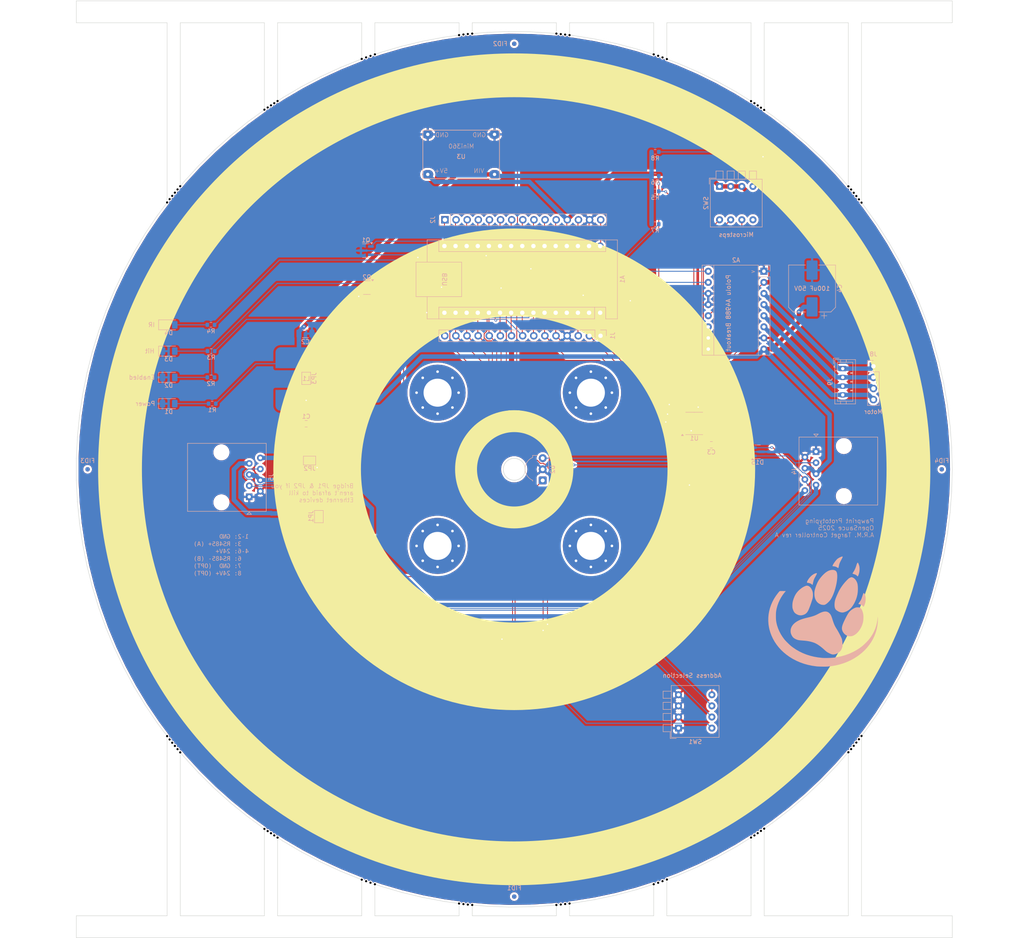
<source format=kicad_pcb>
(kicad_pcb (version 20241229) (generator "pcbnew") (generator_version "9.0")
  (layers (0 "F.Cu" signal) (2 "B.Cu" signal) (13 "F.Paste" user) (15 "B.Paste" user) (5 "F.SilkS" user "F.Silkscreen") (7 "B.SilkS" user "B.Silkscreen") (1 "F.Mask" user) (3 "B.Mask" user) (25 "Edge.Cuts" user))
  (net 0 "")
  (net 1 "Board_0-+24V")
  (net 2 "Board_0-+3.3V")
  (net 3 "Board_0-+5V")
  (net 4 "Board_0-+VDC")
  (net 5 "Board_0-A1")
  (net 6 "Board_0-A2")
  (net 7 "Board_0-A3")
  (net 8 "Board_0-A6")
  (net 9 "Board_0-A7")
  (net 10 "Board_0-AREF")
  (net 11 "Board_0-D10")
  (net 12 "Board_0-D8")
  (net 13 "Board_0-D9")
  (net 14 "Board_0-DIR")
  (net 15 "Board_0-Driver_Enable")
  (net 16 "Board_0-Driver_Input")
  (net 17 "Board_0-Enable_Indicator")
  (net 18 "Board_0-GND")
  (net 19 "Board_0-Hit_Indicator")
  (net 20 "Board_0-IR_Signal")
  (net 21 "Board_0-MCU VIN")
  (net 22 "Board_0-MISO")
  (net 23 "Board_0-MOSI")
  (net 24 "Board_0-Net-(A2-1A)")
  (net 25 "Board_0-Net-(A2-1B)")
  (net 26 "Board_0-Net-(A2-2A)")
  (net 27 "Board_0-Net-(A2-2B)")
  (net 28 "Board_0-Net-(A2-MS1)")
  (net 29 "Board_0-Net-(A2-MS2)")
  (net 30 "Board_0-Net-(A2-MS3)")
  (net 31 "Board_0-Net-(D1-A)")
  (net 32 "Board_0-Net-(D10-A)")
  (net 33 "Board_0-Net-(D10-K)")
  (net 34 "Board_0-Net-(D11-K)")
  (net 35 "Board_0-Net-(D12-K)")
  (net 36 "Board_0-Net-(D13-K)")
  (net 37 "Board_0-Net-(D14-K)")
  (net 38 "Board_0-Net-(D16-A)")
  (net 39 "Board_0-Net-(D16-K)")
  (net 40 "Board_0-Net-(D17-K)")
  (net 41 "Board_0-Net-(D18-K)")
  (net 42 "Board_0-Net-(D19-K)")
  (net 43 "Board_0-Net-(D2-A)")
  (net 44 "Board_0-Net-(D20-K)")
  (net 45 "Board_0-Net-(D21-A)")
  (net 46 "Board_0-Net-(D21-K)")
  (net 47 "Board_0-Net-(D22-K)")
  (net 48 "Board_0-Net-(D23-K)")
  (net 49 "Board_0-Net-(D24-K)")
  (net 50 "Board_0-Net-(D3-A)")
  (net 51 "Board_0-Net-(D4-A)")
  (net 52 "Board_0-Net-(D5-A)")
  (net 53 "Board_0-Net-(D5-K)")
  (net 54 "Board_0-Net-(D6-K)")
  (net 55 "Board_0-Net-(D7-K)")
  (net 56 "Board_0-Net-(D8-K)")
  (net 57 "Board_0-RESET")
  (net 58 "Board_0-RESET2")
  (net 59 "Board_0-RJ45_7")
  (net 60 "Board_0-RJ45_8")
  (net 61 "Board_0-Receiver_Enable")
  (net 62 "Board_0-Receiver_Output")
  (net 63 "Board_0-SCK")
  (net 64 "Board_0-SCL{slash}A5")
  (net 65 "Board_0-SDA{slash}A4")
  (net 66 "Board_0-STEP")
  (net 67 "Board_0-SignalA")
  (net 68 "Board_0-SignalB")
  (net 69 "Board_0-unconnected-(SW2-Pad4)")
  (net 70 "Board_0-unconnected-(SW2-Pad5)")
  (footprint "NPTH" (layer "F.Cu") (at 265.560658 210.107061)
    (property "Reference" "KiKit_MB_15_3" (hide yes))
    (property "Value" "NPTH" (hide yes))
  )
  (footprint "NPTH" (layer "F.Cu") (at 266.303858 209.591977)
    (property "Reference" "KiKit_MB_15_2" (hide yes))
    (property "Value" "NPTH" (hide yes))
  )
  (footprint "MountingHole:MountingHole_6.4mm_M6_Pad_Via" (layer "F.Cu") (at 192.484703 109.492851)
    (property "Reference" "REF**" (hide yes))
    (property "Value" "MountingHole_6.4mm_M6_Pad_Via")
  )
  (footprint "NPTH" (layer "F.Cu") (at 154.451743 210.12259)
    (property "Reference" "KiKit_MB_10_3" (hide yes))
    (property "Value" "NPTH" (hide yes))
  )
  (footprint "NPTH" (layer "F.Cu") (at 199.387843 226.418346)
    (property "Reference" "KiKit_MB_12_2" (hide yes))
    (property "Value" "NPTH" (hide yes))
  )
  (footprint "NPTH" (layer "F.Cu") (at 133.124561 63.067788)
    (property "Reference" "KiKit_MB_1_5" (hide yes))
    (property "Value" "NPTH" (hide yes))
  )
  (footprint "NPTH" (layer "F.Cu") (at 287.489348 190.154829)
    (property "Reference" "KiKit_MB_16_4" (hide yes))
    (property "Value" "NPTH" (hide yes))
  )
  (footprint "NPTH" (layer "F.Cu") (at 198.387804 27.678618)
    (property "Reference" "KiKit_MB_4_2" (hide yes))
    (property "Value" "NPTH" (hide yes))
  )
  (footprint "MountingHole:MountingHole_6.4mm_M6_Pad_Via" (layer "F.Cu") (at 227.484703 109.492851)
    (property "Reference" "REF**" (hide yes))
    (property "Value" "MountingHole_6.4mm_M6_Pad_Via")
  )
  (footprint "NPTH" (layer "F.Cu") (at 175.171766 33.255834)
    (property "Reference" "KiKit_MB_3_1" (hide yes))
    (property "Value" "NPTH" (hide yes))
  )
  (footprint "NPTH" (layer "F.Cu") (at 152.952943 44.852945)
    (property "Reference" "KiKit_MB_2_1" (hide yes))
    (property "Value" "NPTH" (hide yes))
  )
  (footprint "NPTH" (layer "F.Cu") (at 242.838834 221.439706)
    (property "Reference" "KiKit_MB_14_3" (hide yes))
    (property "Value" "NPTH" (hide yes))
  )
  (footprint "NPTH" (layer "F.Cu") (at 152.952943 209.132757)
    (property "Reference" "KiKit_MB_10_5" (hide yes))
    (property "Value" "NPTH" (hide yes))
  )
  (footprint "NPTH" (layer "F.Cu") (at 198.387804 226.307084)
    (property "Reference" "KiKit_MB_12_3" (hide yes))
    (property "Value" "NPTH" (hide yes))
  )
  (footprint "NPTH" (layer "F.Cu") (at 153.701143 44.356297)
    (property "Reference" "KiKit_MB_2_2" (hide yes))
    (property "Value" "NPTH" (hide yes))
  )
  (footprint "NPTH" (layer "F.Cu") (at 197.390589 27.815136)
    (property "Reference" "KiKit_MB_4_1" (hide yes))
    (property "Value" "NPTH" (hide yes))
  )
  (footprint "NPTH" (layer "F.Cu") (at 221.609411 226.285456)
    (property "Reference" "KiKit_MB_13_2" (hide yes))
    (property "Value" "NPTH" (hide yes))
  )
  (footprint "NPTH" (layer "F.Cu") (at 131.306605 188.705632)
    (property "Reference" "KiKit_MB_9_5" (hide yes))
    (property "Value" "NPTH" (hide yes))
  )
  (footprint "NPTH" (layer "F.Cu") (at 286.894457 190.903272)
    (property "Reference" "KiKit_MB_16_5" (hide yes))
    (property "Value" "NPTH" (hide yes))
  )
  (footprint "LED_SMD:LED_1206_3216Metric" (layer "F.Cu") (at 210.084703 36.992851)
    (property "Reference" "D17")
    (property "Value" "Hit LED")
  )
  (footprint "NPTH" (layer "F.Cu") (at 243.833534 32.918912)
    (property "Reference" "KiKit_MB_6_3" (hide yes))
    (property "Value" "NPTH" (hide yes))
  )
  (footprint "NPTH" (layer "F.Cu") (at 178.171766 32.215005)
    (property "Reference" "KiKit_MB_3_4" (hide yes))
    (property "Value" "NPTH" (hide yes))
  )
  (footprint "Fiducial:Fiducial_1mm_Mask2mm" (layer "F.Cu") (at 209.984703 29.792851)
    (property "Reference" "FID2" (hide yes))
    (property "Value" "Fiducial")
  )
  (footprint "NPTH" (layer "F.Cu") (at 267.047057 44.908809)
    (property "Reference" "KiKit_MB_7_5" (hide yes))
    (property "Value" "NPTH" (hide yes))
  )
  (footprint "NPTH" (layer "F.Cu") (at 264.047057 211.095828)
    (property "Reference" "KiKit_MB_15_5" (hide yes))
    (property "Value" "NPTH" (hide yes))
  )
  (footprint "NPTH" (layer "F.Cu") (at 131.905443 64.537004)
    (property "Reference" "KiKit_MB_1_3" (hide yes))
    (property "Value" "NPTH" (hide yes))
  )
  (footprint "NPTH" (layer "F.Cu") (at 132.515002 63.802396)
    (property "Reference" "KiKit_MB_1_4" (hide yes))
    (property "Value" "NPTH" (hide yes))
  )
  (footprint "NPTH" (layer "F.Cu") (at 177.171766 221.423754)
    (property "Reference" "KiKit_MB_11_2" (hide yes))
    (property "Value" "NPTH" (hide yes))
  )
  (footprint "LED_SMD:LED_1206_3216Metric" (layer "F.Cu") (at 210.084704 85.492851)
    (property "Reference" "D11")
    (property "Value" "Enable LED")
  )
  (footprint "NPTH" (layer "F.Cu") (at 155.952943 42.876742)
    (property "Reference" "KiKit_MB_2_5" (hide yes))
    (property "Value" "NPTH" (hide yes))
  )
  (footprint "LED_SMD:LED_1206_3216Metric" (layer "F.Cu") (at 199.484703 127.092851 -90)
    (property "Reference" "D14" (hide yes))
    (property "Value" "Enable LED")
  )
  (footprint "NPTH" (layer "F.Cu") (at 264.047057 42.889874)
    (property "Reference" "KiKit_MB_7_1" (hide yes))
    (property "Value" "NPTH" (hide yes))
  )
  (footprint "NPTH" (layer "F.Cu") (at 200.390589 27.480321)
    (property "Reference" "KiKit_MB_4_4" (hide yes))
    (property "Value" "NPTH" (hide yes))
  )
  (footprint "NPTH" (layer "F.Cu") (at 265.560658 43.878641)
    (property "Reference" "KiKit_MB_7_3" (hide yes))
    (property "Value" "NPTH" (hide yes))
  )
  (footprint "NPTH" (layer "F.Cu") (at 154.451743 43.863112)
    (property "Reference" "KiKit_MB_2_3" (hide yes))
    (property "Value" "NPTH" (hide yes))
  )
  (footprint "Fiducial:Fiducial_1mm_Mask2mm" (layer "F.Cu") (at 307.584703 126.992851)
    (property "Reference" "FID4" (hide yes))
    (property "Value" "Fiducial")
  )
  (footprint "LED_SMD:LED_1206_3216Metric" (layer "F.Cu") (at 177.994754 153.502902 -45)
    (property "Reference" "D9")
    (property "Value" "Enable LED")
  )
  (footprint "NPTH" (layer "F.Cu") (at 264.814819 43.367574)
    (property "Reference" "KiKit_MB_7_2" (hide yes))
    (property "Value" "NPTH" (hide yes))
  )
  (footprint "LED_SMD:LED_1206_3216Metric" (layer "F.Cu") (at 278.494754 68.502902 135)
    (property "Reference" "D21")
    (property "Value" "Hit LED")
  )
  (footprint "NPTH" (layer "F.Cu") (at 130.734121 66.043924)
    (property "Reference" "KiKit_MB_1_1" (hide yes))
    (property "Value" "NPTH" (hide yes))
  )
  (footprint "LED_SMD:LED_1206_3216Metric" (layer "F.Cu") (at 141.494754 184.502902 135)
    (property "Reference" "D20")
    (property "Value" "Hit LED")
  )
  (footprint "NPTH" (layer "F.Cu") (at 288.081526 189.404134)
    (property "Reference" "KiKit_MB_16_3" (hide yes))
    (property "Value" "NPTH" (hide yes))
  )
  (footprint "NPTH" (layer "F.Cu") (at 286.894457 63.08243)
    (property "Reference" "KiKit_MB_8_2" (hide yes))
    (property "Value" "NPTH" (hide yes))
  )
  (footprint "NPTH" (layer "F.Cu") (at 131.905443 189.448698)
    (property "Reference" "KiKit_MB_9_4" (hide yes))
    (property "Value" "NPTH" (hide yes))
  )
  (footprint "LED_SMD:LED_1206_3216Metric" (layer "F.Cu") (at 250.984703 126.992851 90)
    (property "Reference" "D5")
    (property "Value" "Enable LED")
  )
  (footprint "NPTH" (layer "F.Cu") (at 288.081526 64.581568)
    (property "Reference" "KiKit_MB_8_4" (hide yes))
    (property "Value" "NPTH" (hide yes))
  )
  (footprint "NPTH" (layer "F.Cu") (at 132.515002 190.183306)
    (property "Reference" "KiKit_MB_9_3" (hide yes))
    (property "Value" "NPTH" (hide yes))
  )
  (footprint "NPTH" (layer "F.Cu") (at 242.838834 32.545996)
    (property "Reference" "KiKit_MB_6_2" (hide yes))
    (property "Value" "NPTH" (hide yes))
  )
  (footprint "NPTH" (layer "F.Cu") (at 267.047057 209.076893)
    (property "Reference" "KiKit_MB_15_1" (hide yes))
    (property "Value" "NPTH" (hide yes))
  )
  (footprint "NPTH" (layer "F.Cu") (at 241.828234 32.218909)
    (property "Reference" "KiKit_MB_6_1" (hide yes))
    (property "Value" "NPTH" (hide yes))
  )
  (footprint "MountingHole:MountingHole_6.4mm_M6_Pad_Via" (layer "F.Cu") (at 192.484703 144.492851)
    (property "Reference" "REF**" (hide yes))
    (property "Value" "MountingHole_6.4mm_M6_Pad_Via")
  )
  (footprint "NPTH" (layer "F.Cu") (at 289.26588 66.082959)
    (property "Reference" "KiKit_MB_8_6" (hide yes))
    (property "Value" "NPTH" (hide yes))
  )
  (footprint "NPTH" (layer "F.Cu") (at 176.171766 32.908891)
    (property "Reference" "KiKit_MB_3_2" (hide yes))
    (property "Value" "NPTH" (hide yes))
  )
  (footprint "LED_SMD:LED_1206_3216Metric" (layer "F.Cu") (at 279.584703 183.992851 45)
    (property "Reference" "D23")
    (property "Value" "Hit LED")
  )
  (footprint "NPTH" (layer "F.Cu") (at 133.124561 190.917914)
    (property "Reference" "KiKit_MB_9_2" (hide yes))
    (property "Value" "NPTH" (hide yes))
  )
  (footprint "LED_SMD:LED_1206_3216Metric" (layer "F.Cu") (at 210.084703 168.420499)
    (property "Reference" "D8")
    (property "Value" "Enable LED")
  )
  (footprint "NPTH" (layer "F.Cu") (at 197.390589 226.170566)
    (property "Reference" "KiKit_MB_12_4" (hide yes))
    (property "Value" "NPTH" (hide yes))
  )
  (footprint "NPTH" (layer "F.Cu") (at 133.734121 191.652521)
    (property "Reference" "KiKit_MB_9_1" (hide yes))
    (property "Value" "NPTH" (hide yes))
  )
  (footprint "NPTH" (layer "F.Cu") (at 266.303858 44.393725)
    (property "Reference" "KiKit_MB_7_4" (hide yes))
    (property "Value" "NPTH" (hide yes))
  )
  (footprint "NPTH" (layer "F.Cu") (at 222.609411 226.173677)
    (property "Reference" "KiKit_MB_13_1" (hide yes))
    (property "Value" "NPTH" (hide yes))
  )
  (footprint "NPTH" (layer "F.Cu") (at 219.609411 226.509012)
    (property "Reference" "KiKit_MB_13_4" (hide yes))
    (property "Value" "NPTH" (hide yes))
  )
  (footprint "NPTH" (layer "F.Cu") (at 155.202343 43.369927)
    (property "Reference" "KiKit_MB_2_4" (hide yes))
    (property "Value" "NPTH" (hide yes))
  )
  (footprint "NPTH" (layer "F.Cu") (at 287.489348 63.830873)
    (property "Reference" "KiKit_MB_8_3" (hide yes))
    (property "Value" "NPTH" (hide yes))
  )
  (footprint "NPTH" (layer "F.Cu") (at 288.673703 65.332263)
    (property "Reference" "KiKit_MB_8_5" (hide yes))
    (property "Value" "NPTH" (hide yes))
  )
  (footprint "LED_SMD:LED_1206_3216Metric" (layer "F.Cu") (at 220.984703 126.992851 90)
    (property "Reference" "D6")
    (property "Value" "Enable LED")
  )
  (footprint "LED_SMD:LED_1206_3216Metric" (layer "F.Cu") (at 120.173791 126.992851 90)
    (property "Reference" "D19")
    (property "Value" "Hit LED")
  )
  (footprint "LED_SMD:LED_1206_3216Metric" (layer "F.Cu") (at 209.984703 115.992851)
    (property "Reference" "D16")
    (property "Value" "Hit LED")
  )
  (footprint "NPTH" (layer "F.Cu") (at 177.171766 32.561948)
    (property "Reference" "KiKit_MB_3_3" (hide yes))
    (property "Value" "NPTH" (hide yes))
  )
  (footprint "NPTH" (layer "F.Cu") (at 178.171766 221.770697)
    (property "Reference" "KiKit_MB_11_1" (hide yes))
    (property "Value" "NPTH" (hide yes))
  )
  (footprint "Fiducial:Fiducial_1mm_Mask2mm" (layer "F.Cu") (at 112.584703 126.992851)
    (property "Reference" "FID3" (hide yes))
    (property "Value" "Fiducial")
  )
  (footprint "NPTH" (layer "F.Cu") (at 219.609411 27.47669)
    (property "Reference" "KiKit_MB_5_1" (hide yes))
    (property "Value" "NPTH" (hide yes))
  )
  (footprint "NPTH" (layer "F.Cu") (at 175.171766 220.729868)
    (property "Reference" "KiKit_MB_11_4" (hide yes))
    (property "Value" "NPTH" (hide yes))
  )
  (footprint "NPTH" (layer "F.Cu") (at 264.814819 210.618128)
    (property "Reference" "KiKit_MB_15_4" (hide yes))
    (property "Value" "NPTH" (hide yes))
  )
  (footprint "NPTH" (layer "F.Cu") (at 241.828234 221.766793)
    (property "Reference" "KiKit_MB_14_4" (hide yes))
    (property "Value" "NPTH" (hide yes))
  )
  (footprint "NPTH" (layer "F.Cu") (at 133.734121 62.333181)
    (property "Reference" "KiKit_MB_1_6" (hide yes))
    (property "Value" "NPTH" (hide yes))
  )
  (footprint "NPTH" (layer "F.Cu") (at 155.202343 210.615775)
    (property "Reference" "KiKit_MB_10_2" (hide yes))
    (property "Value" "NPTH" (hide yes))
  )
  (footprint "NPTH" (layer "F.Cu") (at 244.828234 220.693874)
    (property "Reference" "KiKit_MB_14_1" (hide yes))
    (property "Value" "NPTH" (hide yes))
  )
  (footprint "LED_SMD:LED_1206_3216Metric" (layer "F.Cu") (at 209.984703 137.992851)
    (property "Reference" "D25")
    (property "Value" "Hit LED")
  )
  (footprint "LED_SMD:LED_1206_3216Metric" (layer "F.Cu") (at 177.994754 100.4828 45)
    (property "Reference" "D12")
    (property "Value" "Enable LED")
  )
  (footprint "NPTH" (layer "F.Cu") (at 288.673703 188.653439)
    (property "Reference" "KiKit_MB_16_2" (hide yes))
    (property "Value" "NPTH" (hide yes))
  )
  (footprint "NPTH" (layer "F.Cu") (at 200.390589 226.505381)
    (property "Reference" "KiKit_MB_12_1" (hide yes))
    (property "Value" "NPTH" (hide yes))
  )
  (footprint "MountingHole:MountingHole_6.4mm_M6_Pad_Via" (layer "F.Cu") (at 227.484703 144.492851)
    (property "Reference" "REF**" (hide yes))
    (property "Value" "MountingHole_6.4mm_M6_Pad_Via")
  )
  (footprint "NPTH" (layer "F.Cu") (at 286.26588 191.623764)
    (property "Reference" "KiKit_MB_16_6" (hide yes))
    (property "Value" "NPTH" (hide yes))
  )
  (footprint "LED_SMD:LED_1206_3216Metric" (layer "F.Cu") (at 209.984703 216.803763)
    (property "Reference" "D24")
    (property "Value" "Hit LED")
  )
  (footprint "NPTH" (layer "F.Cu") (at 286.26588 62.361938)
    (property "Reference" "KiKit_MB_8_1" (hide yes))
    (property "Value" "NPTH" (hide yes))
  )
  (footprint "LED_SMD:LED_1206_3216Metric" (layer "F.Cu") (at 241.994754 153.4828 45)
    (property "Reference" "D7")
    (property "Value" "Enable LED")
  )
  (footprint "NPTH" (layer "F.Cu") (at 243.833534 221.06679)
    (property "Reference" "KiKit_MB_14_2" (hide yes))
    (property "Value" "NPTH" (hide yes))
  )
  (footprint "NPTH" (layer "F.Cu") (at 289.26588 187.902743)
    (property "Reference" "KiKit_MB_16_1" (hide yes))
    (property "Value" "NPTH" (hide yes))
  )
  (footprint "NPTH" (layer "F.Cu") (at 155.952943 211.10896)
    (property "Reference" "KiKit_MB_10_1" (hide yes))
    (property "Value" "NPTH" (hide yes))
  )
  (footprint "LED_SMD:LED_1206_3216Metric" (layer "F.Cu") (at 167.994754 127.4828 90)
    (property "Reference" "D13")
    (property "Value" "Enable LED")
  )
  (footprint "NPTH" (layer "F.Cu") (at 244.828234 33.291828)
    (property "Reference" "KiKit_MB_6_4" (hide yes))
    (property "Value" "NPTH" (hide yes))
  )
  (footprint "NPTH" (layer "F.Cu") (at 221.609411 27.700246)
    (property "Reference" "KiKit_MB_5_3" (hide yes))
    (property "Value" "NPTH" (hide yes))
  )
  (footprint "NPTH" (layer "F.Cu") (at 176.171766 221.076811)
    (property "Reference" "KiKit_MB_11_3" (hide yes))
    (property "Value" "NPTH" (hide yes))
  )
  (footprint "Fiducial:Fiducial_1mm_Mask2mm" (layer "F.Cu") (at 209.984703 224.592851)
    (property "Reference" "FID1" (hide yes))
    (property "Value" "Fiducial")
  )
  (footprint "NPTH" (layer "F.Cu") (at 130.734121 187.941778)
    (property "Reference" "KiKit_MB_9_6" (hide yes))
    (property "Value" "NPTH" (hide yes))
  )
  (footprint "NPTH" (layer "F.Cu") (at 222.609411 27.812025)
    (property "Reference" "KiKit_MB_5_4" (hide yes))
    (property "Value" "NPTH" (hide yes))
  )
  (footprint "NPTH" (layer "F.Cu") (at 153.701143 209.629405)
    (property "Reference" "KiKit_MB_10_4" (hide yes))
    (property "Value" "NPTH" (hide yes))
  )
  (footprint "NPTH" (layer "F.Cu") (at 220.609411 226.397234)
    (property "Reference" "KiKit_MB_13_3" (hide yes))
    (property "Value" "NPTH" (hide yes))
  )
  (footprint "NPTH" (layer "F.Cu") (at 131.306605 65.28007)
    (property "Reference" "KiKit_MB_1_2" (hide yes))
    (property "Value" "NPTH" (hide yes))
  )
  (footprint "LED_SMD:LED_1206_3216Metric" (layer "F.Cu") (at 144.974652 65.002902 45)
    (property "Reference" "D18")
    (property "Value" "Hit LED")
  )
  (footprint "LED_SMD:LED_1206_3216Metric" (layer "F.Cu") (at 241.994754 100.502902 -45)
    (property "Reference" "D10")
    (property "Value" "Enable LED")
  )
  (footprint "NPTH" (layer "F.Cu") (at 220.609411 27.588468)
    (property "Reference" "KiKit_MB_5_2" (hide yes))
    (property "Value" "NPTH" (hide yes))
  )
  (footprint "LED_SMD:LED_1206_3216Metric" (layer "F.Cu") (at 299.795615 126.992851 90)
    (property "Reference" "D22")
    (property "Value" "Hit LED")
  )
  (footprint "NPTH" (layer "F.Cu") (at 199.387843 27.567356)
    (property "Reference" "KiKit_MB_4_3" (hide yes))
    (property "Value" "NPTH" (hide yes))
  )
  (footprint "Jumper:SolderJumper-2_P1.3mm_Open_TrianglePad1.0x1.5mm" (layer "B.Cu") (at 162.484703 106.217851 90)
    (property "Reference" "JP3")
    (property "Value" "Filter Bypass")
  )
  (footprint "Resistor_SMD:R_0603_1608Metric" (layer "B.Cu") (at 140.780893 99.992851)
    (property "Reference" "R3")
    (property "Value" "2k")
  )
  (footprint "Fiducial:Fiducial_1mm_Mask2mm" (layer "B.Cu") (at 209.984703 224.592851 180)
    (property "Reference" "FID1")
    (property "Value" "Fiducial")
  )
  (footprint "Button_Switch_THT:SW_DIP_SPSTx04_Piano_10.8x11.72mm_W7.62mm_P2.54mm" (layer "B.Cu") (at 247.484703 186.112851)
    (property "Reference" "SW1")
    (property "Value" "SW_DIP_x04")
  )
  (footprint "Resistor_SMD:R_0603_1608Metric" (layer "B.Cu") (at 242.159703 63.492851)
    (property "Reference" "R5")
    (property "Value" "R")
  )
  (footprint "Fiducial:Fiducial_1mm_Mask2mm" (layer "B.Cu") (at 307.584703 126.992851 180)
    (property "Reference" "FID4")
    (property "Value" "Fiducial")
  )
  (footprint "LED_SMD:LED_1206_3216Metric" (layer "B.Cu") (at 131.084703 105.992851)
    (property "Reference" "D2")
    (property "Value" "LED_White" (hide yes))
  )
  (footprint "OptoDevice:Vishay_MOLD-3Pin" (layer "B.Cu") (at 216.484703 129.532851 90)
    (property "Reference" "U2")
    (property "Value" "EAIRMCA1")
  )
  (footprint "Capacitor_SMD:C_0805_2012Metric" (layer "B.Cu") (at 254.984703 121.392851)
    (property "Reference" "C3")
    (property "Value" "0.1uF")
  )
  (footprint "Resistor_SMD:R_0603_1608Metric" (layer "B.Cu") (at 140.743393 105.992851)
    (property "Reference" "R2")
    (property "Value" "2k")
  )
  (footprint "Resistor_SMD:R_0603_1608Metric" (layer "B.Cu") (at 141.022203 111.992851)
    (property "Reference" "R1")
    (property "Value" "2k")
  )
  (footprint "Mini360_step-down:Inductor_SDR1307" (layer "B.Cu") (at 162.484703 106.367851)
    (property "Reference" "L1")
    (property "Value" "1mH")
  )
  (footprint "Fiducial:Fiducial_1mm_Mask2mm" (layer "B.Cu") (at 209.984703 29.792851 180)
    (property "Reference" "FID2")
    (property "Value" "Fiducial")
  )
  (footprint "Package_SO:SOIC-8_3.9x4.9mm_P1.27mm" (layer "B.Cu") (at 251.079703 116.517851)
    (property "Reference" "U1")
    (property "Value" "MAX485E")
  )
  (footprint "Connector_PinSocket_2.54mm:PinSocket_1x15_P2.54mm_Vertical" (layer "B.Cu") (at 229.684703 96.492851 90)
    (property "Reference" "J1")
    (property "Value" "Conn_01x15")
  )
  (footprint "Resistor_SMD:R_0603_1608Metric" (layer "B.Cu") (at 242.159703 70.992851)
    (property "Reference" "R7")
    (property "Value" "R")
  )
  (footprint "Package_TO_SOT_SMD:SOT-23-3" (layer "B.Cu") (at 176.122203 77.042851 180)
    (property "Reference" "Q1")
    (property "Value" "2N7002BK")
  )
  (footprint "Fiducial:Fiducial_1mm_Mask2mm" (layer "B.Cu") (at 112.584703 126.992851 180)
    (property "Reference" "FID3")
    (property "Value" "Fiducial")
  )
  (footprint "Mini360_step-down:Mini360_step-down" (layer "B.Cu") (at 197.864703 55.062851 180)
    (property "Reference" "U3")
    (property "Value" "Mini360")
  )
  (footprint "Button_Switch_THT:SW_DIP_SPSTx04_Piano_10.8x11.72mm_W7.62mm_P2.54mm" (layer "B.Cu") (at 256.864703 62.372851 -90)
    (property "Reference" "SW2")
    (property "Value" "SW_DIP_x04")
  )
  (footprint "Connector_RJ:RJ45_Amphenol_54602-x08_Horizontal" (layer "B.Cu") (at 149.484703 133.275351 90)
    (property "Reference" "J5")
    (property "Value" "RJ45")
  )
  (footprint "LED_SMD:LED_1206_3216Metric" (layer "B.Cu") (at 131.084703 111.992851)
    (property "Reference" "D1")
    (property "Value" "LED_Green")
  )
  (footprint "Resistor_SMD:R_0603_1608Metric" (layer "B.Cu") (at 242.159703 54.492851)
    (property "Reference" "R8")
    (property "Value" "R")
  )
  (footprint "Resistor_SMD:R_0603_1608Metric" (layer "B.Cu") (at 242.159703 59.992851)
    (property "Reference" "R6")
    (property "Value" "R")
  )
  (footprint "Capacitor_SMD:C_0805_2012Metric" (layer "B.Cu") (at 162.484703 116.592851 180)
    (property "Reference" "C1")
    (property "Value" "0.1uF")
  )
  (footprint "Module:Pololu_Breakout-16_15.2x20.3mm" (layer "B.Cu") (at 266.984703 81.752851 180)
    (property "Reference" "A2")
    (property "Value" "Pololu_Breakout_A4988")
  )
  (footprint "Module:Arduino_Nano" (layer "B.Cu") (at 229.604703 91.232851 90)
    (property "Reference" "A1")
    (property "Value" "Arduino_Nano_Every")
  )
  (footprint "LED_SMD:LED_1206_3216Metric" (layer "B.Cu") (at 131.084703 99.992851)
    (property "Reference" "D3")
    (property "Value" "LED_Red" (hide yes))
  )
  (footprint "LED_SMD:LED_1206_3216Metric" (layer "B.Cu") (at 131.084703 93.992851)
    (property "Reference" "D4")
    (property "Value" "LED_Yellow" (hide yes))
  )
  (footprint "Connector_JST:JST_PH_B4B-PH-K_1x04_P2.00mm_Vertical" (layer "B.Cu") (at 284.984703 103.992851 -90)
    (property "Reference" "J9")
    (property "Value" "Motor")
  )
  (footprint "Capacitor_SMD:C_1206_3216Metric" (layer "B.Cu") (at 162.309703 95.992851)
    (property "Reference" "C2")
    (property "Value" "10uF")
  )
  (footprint "Jumper:SolderJumper-2_P1.3mm_Open_TrianglePad1.0x1.5mm" (layer "B.Cu") (at 165.384703 137.792851 -90)
    (property "Reference" "JP1")
    (property "Value" "EtherKiller1")
  )
  (footprint "Jumper:SolderJumper-2_P1.3mm_Open_TrianglePad1.0x1.5mm" (layer "B.Cu") (at 163.259703 124.992851)
    (property "Reference" "JP2")
    (property "Value" "EtherKiller2")
  )
  (footprint "Connector_RJ:RJ45_Amphenol_54602-x08_Horizontal" (layer "B.Cu") (at 278.884703 122.952851 -90)
    (property "Reference" "J4")
    (property "Value" "RJ45")
  )
  (footprint "Package_TO_SOT_SMD:SOT-23" (layer "B.Cu") (at 265.547203 122.992851)
    (property "Reference" "D15")
    (property "Value" "SM712_SOT23")
  )
  (footprint "Connector_PinSocket_2.54mm:PinSocket_1x15_P2.54mm_Vertical" (layer "B.Cu") (at 194.164703 69.992851 -90)
    (property "Reference" "J2")
    (property "Value" "Conn_01x15")
  )
  (footprint "Connector_PinSocket_2.54mm:PinSocket_1x04_P2.54mm_Vertical" (layer "B.Cu") (at 291.984703 103.452851 180)
    (property "Reference" "J8")
    (property "Value" "Motor")
  )
  (footprint "Package_TO_SOT_SMD:SOT-23-3" (layer "B.Cu") (at 176.347203 85.492851 180)
    (property "Reference" "Q2")
    (property "Value" "2N7002BK")
  )
  (footprint "Resistor_SMD:R_0603_1608Metric" (layer "B.Cu") (at 140.743393 93.992851)
    (property "Reference" "R4")
    (property "Value" "2k")
  )
  (footprint "LOGO" (layer "B.Cu") (at 280.484703 159.492851 180)
    (property "Reference" "G***" (hide yes))
    (property "Value" "LOGO" (hide yes))
  )
  (footprint "Capacitor_SMD:CP_Elec_10x10.5" (layer "B.Cu") (at 277.984703 85.692851 90)
    (property "Reference" "C4")
    (property "Value" "100uF 50V")
  )
  (gr_circle (center 209.984703 126.992851) (end 299.984703 126.992851) (stroke (width 10)) (fill no) (layer "F.SilkS"))
  (gr_circle (center 209.984703 126.992851) (end 254.984703 126.992851) (stroke (width 20)) (fill no) (layer "F.SilkS"))
  (gr_circle (center 209.984703 126.992851) (end 220.984703 126.992851) (stroke (width 5)) (fill no) (layer "F.SilkS"))
  (gr_line (start 207.878534 125.645981) (end 207.947719 125.543472) (stroke (width 0.1)) (layer "Edge.Cuts"))
  (gr_line (start 207.576685 127.664753) (end 207.546404 127.544845) (stroke (width 0.1)) (layer "Edge.Cuts"))
  (gr_line (start 200.390588 228.986202) (end 200.390588 226.505381) (stroke (width 0.1)) (layer "Edge.Cuts"))
  (gr_line (start 118.697357 86.168586) (end 116.790143 90.733037) (stroke (width 0.1)) (layer "Edge.Cuts"))
  (gr_line (start 211.985213 128.49217) (end 211.908618 128.589268) (stroke (width 0.1)) (layer "Edge.Cuts"))
  (gr_line (start 289.26588 228.986202) (end 289.26588 187.902743) (stroke (width 0.1)) (layer "Edge.Cuts"))
  (gr_line (start 264.047057 42.889873) (end 260.697089 40.805532) (stroke (width 0.1)) (layer "Edge.Cuts"))
  (gr_line (start 110.015297 129.466293) (end 110.259939 134.407126) (stroke (width 0.1)) (layer "Edge.Cuts"))
  (gr_line (start 197.390588 228.986202) (end 178.171765 228.986202) (stroke (width 0.1)) (layer "Edge.Cuts"))
  (gr_line (start 209.462907 124.547911) (end 209.584457 124.525098) (stroke (width 0.1)) (layer "Edge.Cuts"))
  (gr_line (start 210.686336 129.392373) (end 210.566812 129.424136) (stroke (width 0.1)) (layer "Edge.Cuts"))
  (gr_line (start 207.755784 125.86063) (end 207.814504 125.751787) (stroke (width 0.1)) (layer "Edge.Cuts"))
  (gr_line (start 241.828234 228.986202) (end 222.609411 228.986202) (stroke (width 0.1)) (layer "Edge.Cuts"))
  (gr_line (start 219.609411 226.509012) (end 219.609411 228.986202) (stroke (width 0.1)) (layer "Edge.Cuts"))
  (gr_line (start 155.952942 211.10896) (end 157.156037 211.899459) (stroke (width 0.1)) (layer "Edge.Cuts"))
  (gr_line (start 115.110992 95.386221) (end 113.664012 100.116753) (stroke (width 0.1)) (layer "Edge.Cuts"))
  (gr_line (start 157.156037 42.086242) (end 155.952942 42.876741) (stroke (width 0.1)) (layer "Edge.Cuts"))
  (gr_line (start 268.963174 207.748902) (end 272.884696 204.733386) (stroke (width 0.1)) (layer "Edge.Cuts"))
  (gr_line (start 289.26588 187.902743) (end 290.005122 186.965614) (stroke (width 0.1)) (layer "Edge.Cuts"))
  (gr_line (start 211.651392 128.85622) (end 211.557202 128.936364) (stroke (width 0.1)) (layer "Edge.Cuts"))
  (gr_line (start 208.9924 129.287483) (end 208.880136 129.235602) (stroke (width 0.1)) (layer "Edge.Cuts"))
  (gr_line (start 111.480156 109.763389) (end 110.748624 114.655887) (stroke (width 0.1)) (layer "Edge.Cuts"))
  (gr_line (start 212.056912 128.391402) (end 211.985213 128.49217) (stroke (width 0.1)) (layer "Edge.Cuts"))
  (gr_line (start 302.253884 88.439016) (end 300.234354 83.923136) (stroke (width 0.1)) (layer "Edge.Cuts"))
  (gr_line (start 212.056912 125.594299) (end 212.12354 125.698488) (stroke (width 0.1)) (layer "Edge.Cuts"))
  (gr_line (start 130.73412 187.941778) (end 130.73412 228.986202) (stroke (width 0.1)) (layer "Edge.Cuts"))
  (gr_line (start 110.015297 228.986202) (end 110.015297 233.986202) (stroke (width 0.1)) (layer "Edge.Cuts"))
  (gr_line (start 210.686336 124.593328) (end 210.804143 124.630962) (stroke (width 0.1)) (layer "Edge.Cuts"))
  (gr_line (start 241.828234 221.766793) (end 241.828234 228.986202) (stroke (width 0.1)) (layer "Edge.Cuts"))
  (gr_line (start 211.557202 125.049337) (end 211.651392 125.129481) (stroke (width 0.1)) (layer "Edge.Cuts"))
  (gr_line (start 211.033457 124.723464) (end 211.144404 124.778106) (stroke (width 0.1)) (layer "Edge.Cuts"))
  (gr_line (start 207.61286 127.783016) (end 207.576685 127.664753) (stroke (width 0.1)) (layer "Edge.Cuts"))
  (gr_line (start 116.790143 90.733037) (end 115.110992 95.386221) (stroke (width 0.1)) (layer "Edge.Cuts"))
  (gr_line (start 207.485467 126.931014) (end 207.491583 126.807494) (stroke (width 0.1)) (layer "Edge.Cuts"))
  (gr_line (start 207.522089 127.423587) (end 207.503801 127.301275) (stroke (width 0.1)) (layer "Edge.Cuts"))
  (gr_line (start 128.505372 69.017694) (end 125.737982 73.118088) (stroke (width 0.1)) (layer "Edge.Cuts"))
  (gr_line (start 207.755784 128.125071) (end 207.702519 128.013457) (stroke (width 0.1)) (layer "Edge.Cuts"))
  (gr_line (start 110.015297 24.999999) (end 130.73412 24.999999) (stroke (width 0.1)) (layer "Edge.Cuts"))
  (gr_line (start 189.112886 224.790434) (end 193.974879 225.702959) (stroke (width 0.1)) (layer "Edge.Cuts"))
  (gr_line (start 208.560628 129.047604) (end 208.460755 128.974664) (stroke (width 0.1)) (layer "Edge.Cuts"))
  (gr_line (start 207.485467 127.054687) (end 207.485467 126.931014) (stroke (width 0.1)) (layer "Edge.Cuts"))
  (gr_line (start 175.171765 24.999999) (end 175.171765 33.255833) (stroke (width 0.1)) (layer "Edge.Cuts"))
  (gr_line (start 207.546404 127.544845) (end 207.522089 127.423587) (stroke (width 0.1)) (layer "Edge.Cuts"))
  (gr_line (start 244.828234 220.693874) (end 247.394388 219.731814) (stroke (width 0.1)) (layer "Edge.Cuts"))
  (gr_line (start 244.828234 228.986202) (end 244.828234 220.693874) (stroke (width 0.1)) (layer "Edge.Cuts"))
  (gr_line (start 193.974879 28.282742) (end 189.112886 29.195267) (stroke (width 0.1)) (layer "Edge.Cuts"))
  (gr_line (start 306.940689 151.478289) (end 308.032951 146.653495) (stroke (width 0.1)) (layer "Edge.Cuts"))
  (gr_line (start 292.873087 71.050776) (end 290.005122 67.020087) (stroke (width 0.1)) (layer "Edge.Cuts"))
  (gr_line (start 203.804406 226.801687) (end 208.747887 226.985202) (stroke (width 0.1)) (layer "Edge.Cuts"))
  (gr_line (start 256.372755 38.403073) (end 251.934901 36.217409) (stroke (width 0.1)) (layer "Edge.Cuts"))
  (gr_line (start 208.880136 129.235602) (end 208.770576 129.178233) (stroke (width 0.1)) (layer "Edge.Cuts"))
  (gr_line (start 241.828234 24.999999) (end 241.828234 32.218908) (stroke (width 0.1)) (layer "Edge.Cuts"))
  (gr_line (start 208.460755 128.974664) (end 208.364612 128.896874) (stroke (width 0.1)) (layer "Edge.Cuts"))
  (gr_line (start 308.032951 107.332206) (end 306.940689 102.507412) (stroke (width 0.1)) (layer "Edge.Cuts"))
  (gr_line (start 210.077445 124.494571) (end 210.20088 124.502215) (stroke (width 0.1)) (layer "Edge.Cuts"))
  (gr_line (start 267.047057 228.986202) (end 267.047057 209.076893) (stroke (width 0.1)) (layer "Edge.Cuts"))
  (gr_line (start 309.984703 228.986202) (end 289.26588 228.986202) (stroke (width 0.1)) (layer "Edge.Cuts"))
  (gr_line (start 304.047615 93.049244) (end 302.253884 88.439016) (stroke (width 0.1)) (layer "Edge.Cuts"))
  (gr_line (start 211.252512 129.147533) (end 211.144404 129.207595) (stroke (width 0.1)) (layer "Edge.Cuts"))
  (gr_line (start 211.908618 125.396433) (end 211.985213 125.493531) (stroke (width 0.1)) (layer "Edge.Cuts"))
  (gr_line (start 208.184445 125.258183) (end 208.272433 125.171276) (stroke (width 0.1)) (layer "Edge.Cuts"))
  (gr_line (start 212.240944 128.069593) (end 212.184934 128.179855) (stroke (width 0.1)) (layer "Edge.Cuts"))
  (gr_line (start 207.654839 126.086355) (end 207.702519 125.972244) (stroke (width 0.1)) (layer "Edge.Cuts"))
  (gr_line (start 212.291432 126.029005) (end 212.336275 126.14426) (stroke (width 0.1)) (layer "Edge.Cuts"))
  (gr_line (start 208.770576 129.178233) (end 208.663986 129.115516) (stroke (width 0.1)) (layer "Edge.Cuts"))
  (gr_line (start 306.940689 102.507412) (end 305.611159 97.742538) (stroke (width 0.1)) (layer "Edge.Cuts"))
  (gr_line (start 295.53821 178.767336) (end 297.993969 174.473047) (stroke (width 0.1)) (layer "Edge.Cuts"))
  (gr_line (start 212.472474 127.239817) (end 212.457217 127.362544) (stroke (width 0.1)) (layer "Edge.Cuts"))
  (gr_line (start 208.663986 124.870185) (end 208.770576 124.807468) (stroke (width 0.1)) (layer "Edge.Cuts"))
  (gr_line (start 175.171765 220.729868) (end 175.171765 228.986202) (stroke (width 0.1)) (layer "Edge.Cuts"))
  (gr_line (start 211.741503 125.214185) (end 211.827315 125.303242) (stroke (width 0.1)) (layer "Edge.Cuts"))
  (gr_line (start 208.100862 125.349335) (end 208.184445 125.258183) (stroke (width 0.1)) (layer "Edge.Cuts"))
  (gr_line (start 267.047057 209.076893) (end 268.963174 207.748902) (stroke (width 0.1)) (layer "Edge.Cuts"))
  (gr_line (start 212.291432 127.956696) (end 212.240944 128.069593) (stroke (width 0.1)) (layer "Edge.Cuts"))
  (gr_line (start 178.171765 228.986202) (end 178.171765 221.770697) (stroke (width 0.1)) (layer "Edge.Cuts"))
  (gr_line (start 174.880307 220.628749) (end 175.171765 220.729868) (stroke (width 0.1)) (layer "Edge.Cuts"))
  (gr_line (start 212.375364 126.261593) (end 212.408602 126.380715) (stroke (width 0.1)) (layer "Edge.Cuts"))
  (gr_line (start 251.934901 217.768292) (end 256.372755 215.582628) (stroke (width 0.1)) (layer "Edge.Cuts"))
  (gr_line (start 209.342634 129.408994) (end 209.223933 129.374285) (stroke (width 0.1)) (layer "Edge.Cuts"))
  (gr_line (start 283.689221 59.408503) (end 280.25674 55.846236) (stroke (width 0.1)) (layer "Edge.Cuts"))
  (gr_line (start 209.584457 124.525098) (end 209.706986 124.508324) (stroke (width 0.1)) (layer "Edge.Cuts"))
  (gr_line (start 286.26588 191.623764) (end 286.26588 228.986202) (stroke (width 0.1)) (layer "Edge.Cuts"))
  (gr_line (start 209.223933 124.611416) (end 209.342634 124.576707) (stroke (width 0.1)) (layer "Edge.Cuts"))
  (gr_line (start 211.827315 128.682459) (end 211.741503 128.771516) (stroke (width 0.1)) (layer "Edge.Cuts"))
  (gr_line (start 110.748624 139.329814) (end 111.480156 144.222312) (stroke (width 0.1)) (layer "Edge.Cuts"))
  (gr_line (start 207.491583 127.178207) (end 207.485467 127.054687) (stroke (width 0.1)) (layer "Edge.Cuts"))
  (gr_line (start 134.631074 61.252219) (end 133.73412 62.33318) (stroke (width 0.1)) (layer "Edge.Cuts"))
  (gr_line (start 247.394388 34.253887) (end 244.828234 33.291827) (stroke (width 0.1)) (layer "Edge.Cuts"))
  (gr_line (start 178.171765 221.770697) (end 179.553904 222.25022) (stroke (width 0.1)) (layer "Edge.Cuts"))
  (gr_line (start 211.033457 129.262237) (end 210.919945 129.311325) (stroke (width 0.1)) (layer "Edge.Cuts"))
  (gr_line (start 209.706986 124.508324) (end 209.830195 124.49763) (stroke (width 0.1)) (layer "Edge.Cuts"))
  (gr_line (start 155.952942 228.986202) (end 155.952942 211.10896) (stroke (width 0.1)) (layer "Edge.Cuts"))
  (gr_line (start 309.862344 131.938222) (end 309.984703 126.99285) (stroke (width 0.1)) (layer "Edge.Cuts"))
  (gr_line (start 137.974394 57.606141) (end 134.631074 61.252219) (stroke (width 0.1)) (layer "Edge.Cuts"))
  (gr_line (start 209.953782 124.493042) (end 210.077445 124.494571) (stroke (width 0.1)) (layer "Edge.Cuts"))
  (gr_line (start 213.694394 226.924018) (end 218.631822 226.618286) (stroke (width 0.1)) (layer "Edge.Cuts"))
  (gr_line (start 207.491583 126.807494) (end 207.503801 126.684426) (stroke (width 0.1)) (layer "Edge.Cuts"))
  (gr_line (start 300.234354 170.062565) (end 302.253884 165.546685) (stroke (width 0.1)) (layer "Edge.Cuts"))
  (gr_line (start 175.171765 33.255833) (end 174.880307 33.356952) (stroke (width 0.1)) (layer "Edge.Cuts"))
  (gr_line (start 210.566812 129.424136) (end 210.445864 129.449948) (stroke (width 0.1)) (layer "Edge.Cuts"))
  (gr_line (start 260.697089 40.805532) (end 256.372755 38.403073) (stroke (width 0.1)) (layer "Edge.Cuts"))
  (gr_line (start 110.748624 114.655887) (end 110.259939 119.578575) (stroke (width 0.1)) (layer "Edge.Cuts"))
  (gr_line (start 222.609411 226.173677) (end 223.54809 226.068753) (stroke (width 0.1)) (layer "Edge.Cuts"))
  (gr_line (start 213.694394 27.061683) (end 208.747887 27.000499) (stroke (width 0.1)) (layer "Edge.Cuts"))
  (gr_line (start 308.885273 112.205114) (end 308.032951 107.332206) (stroke (width 0.1)) (layer "Edge.Cuts"))
  (gr_line (start 212.408602 126.380715) (end 212.435909 126.501334) (stroke (width 0.1)) (layer "Edge.Cuts"))
  (gr_line (start 212.184934 128.179855) (end 212.12354 128.287213) (stroke (width 0.1)) (layer "Edge.Cuts"))
  (gr_line (start 289.26588 24.999999) (end 309.984703 24.999999) (stroke (width 0.1)) (layer "Edge.Cuts"))
  (gr_line (start 228.431166 28.708935) (end 223.54809 27.916948) (stroke (width 0.1)) (layer "Edge.Cuts"))
  (gr_line (start 210.566812 124.561565) (end 210.686336 124.593328) (stroke (width 0.1)) (layer "Edge.Cuts"))
  (gr_line (start 290.005122 186.965614) (end 292.873087 182.934925) (stroke (width 0.1)) (layer "Edge.Cuts"))
  (gr_line (start 149.026821 206.265397) (end 152.952942 209.132757) (stroke (width 0.1)) (layer "Edge.Cuts"))
  (gr_line (start 123.176757 77.350322) (end 120.827967 81.704039) (stroke (width 0.1)) (layer "Edge.Cuts"))
  (gr_line (start 208.460755 125.011037) (end 208.560628 124.938097) (stroke (width 0.1)) (layer "Edge.Cuts"))
  (gr_line (start 292.873087 182.934925) (end 295.53821 178.767336) (stroke (width 0.1)) (layer "Edge.Cuts"))
  (gr_line (start 208.364612 125.088827) (end 208.460755 125.011037) (stroke (width 0.1)) (layer "Edge.Cuts"))
  (gr_line (start 212.375364 127.724108) (end 212.336275 127.841441) (stroke (width 0.1)) (layer "Edge.Cuts"))
  (gr_line (start 179.553904 222.25022) (end 184.30197 223.638581) (stroke (width 0.1)) (layer "Edge.Cuts"))
  (gr_line (start 207.546404 126.440856) (end 207.576685 126.320948) (stroke (width 0.1)) (layer "Edge.Cuts"))
  (gr_line (start 208.560628 124.938097) (end 208.663986 124.870185) (stroke (width 0.1)) (layer "Edge.Cuts"))
  (gr_line (start 223.54809 27.916948) (end 222.609411 27.812024) (stroke (width 0.1)) (layer "Edge.Cuts"))
  (gr_line (start 207.947719 125.543472) (end 208.021889 125.444509) (stroke (width 0.1)) (layer "Edge.Cuts"))
  (gr_line (start 145.181085 50.831895) (end 141.493935 54.129864) (stroke (width 0.1)) (layer "Edge.Cuts"))
  (gr_line (start 228.431166 225.276766) (end 233.269101 224.244261) (stroke (width 0.1)) (layer "Edge.Cuts"))
  (gr_line (start 170.292617 218.778134) (end 174.880307 220.628749) (stroke (width 0.1)) (layer "Edge.Cuts"))
  (gr_line (start 211.459164 129.011752) (end 211.357518 129.082199) (stroke (width 0.1)) (layer "Edge.Cuts"))
  (gr_line (start 207.702519 125.972244) (end 207.755784 125.86063) (stroke (width 0.1)) (layer "Edge.Cuts"))
  (gr_line (start 170.292617 35.207567) (end 165.80206 37.282795) (stroke (width 0.1)) (layer "Edge.Cuts"))
  (gr_line (start 133.73412 191.652521) (end 134.631074 192.733482) (stroke (width 0.1)) (layer "Edge.Cuts"))
  (gr_line (start 211.985213 125.493531) (end 212.056912 125.594299) (stroke (width 0.1)) (layer "Edge.Cuts"))
  (gr_line (start 184.30197 30.34712) (end 179.553904 31.735481) (stroke (width 0.1)) (layer "Edge.Cuts"))
  (gr_line (start 207.654839 127.899346) (end 207.61286 127.783016) (stroke (width 0.1)) (layer "Edge.Cuts"))
  (gr_line (start 272.884696 49.252315) (end 268.963174 46.236799) (stroke (width 0.1)) (layer "Edge.Cuts"))
  (gr_line (start 211.252512 124.838168) (end 211.357518 124.903502) (stroke (width 0.1)) (layer "Edge.Cuts"))
  (gr_line (start 238.050054 222.973765) (end 241.828234 221.766793) (stroke (width 0.1)) (layer "Edge.Cuts"))
  (gr_line (start 212.12354 125.698488) (end 212.184934 125.805846) (stroke (width 0.1)) (layer "Edge.Cuts"))
  (gr_line (start 209.342634 124.576707) (end 209.462907 124.547911) (stroke (width 0.1)) (layer "Edge.Cuts"))
  (gr_line (start 209.223933 129.374285) (end 209.107093 129.333748) (stroke (width 0.1)) (layer "Edge.Cuts"))
  (gr_line (start 211.741503 128.771516) (end 211.651392 128.85622) (stroke (width 0.1)) (layer "Edge.Cuts"))
  (gr_line (start 193.974879 225.702959) (end 197.390588 226.170566) (stroke (width 0.1)) (layer "Edge.Cuts"))
  (gr_line (start 267.047057 24.999999) (end 286.26588 24.999999) (stroke (width 0.1)) (layer "Edge.Cuts"))
  (gr_line (start 309.984703 19.999999) (end 110.015297 19.999999) (stroke (width 0.1)) (layer "Edge.Cuts"))
  (gr_line (start 208.021889 128.541192) (end 207.947719 128.442229) (stroke (width 0.1)) (layer "Edge.Cuts"))
  (gr_line (start 207.522089 126.562114) (end 207.546404 126.440856) (stroke (width 0.1)) (layer "Edge.Cuts"))
  (gr_line (start 123.176757 176.635379) (end 125.737982 180.867613) (stroke (width 0.1)) (layer "Edge.Cuts"))
  (gr_line (start 212.12354 128.287213) (end 212.056912 128.391402) (stroke (width 0.1)) (layer "Edge.Cuts"))
  (gr_line (start 210.323787 129.469748) (end 210.20088 129.483486) (stroke (width 0.1)) (layer "Edge.Cuts"))
  (gr_line (start 209.584457 129.460603) (end 209.462907 129.43779) (stroke (width 0.1)) (layer "Edge.Cuts"))
  (gr_line (start 305.611159 97.742538) (end 304.047615 93.049244) (stroke (width 0.1)) (layer "Edge.Cuts"))
  (gr_line (start 212.240944 125.916108) (end 212.291432 126.029005) (stroke (width 0.1)) (layer "Edge.Cuts"))
  (gr_line (start 210.445864 124.535753) (end 210.566812 124.561565) (stroke (width 0.1)) (layer "Edge.Cuts"))
  (gr_line (start 219.609411 27.476689) (end 218.631822 27.367415) (stroke (width 0.1)) (layer "Edge.Cuts"))
  (gr_line (start 308.032951 146.653495) (end 308.885273 141.780587) (stroke (width 0.1)) (layer "Edge.Cuts"))
  (gr_line (start 247.394388 219.731814) (end 251.934901 217.768292) (stroke (width 0.1)) (layer "Edge.Cuts"))
  (gr_line (start 222.609411 27.812024) (end 222.609411 24.999999) (stroke (width 0.1)) (layer "Edge.Cuts"))
  (gr_line (start 233.269101 29.74144) (end 228.431166 28.708935) (stroke (width 0.1)) (layer "Edge.Cuts"))
  (gr_line (start 149.026821 47.720304) (end 145.181085 50.831895) (stroke (width 0.1)) (layer "Edge.Cuts"))
  (gr_line (start 210.20088 129.483486) (end 210.077445 129.49113) (stroke (width 0.1)) (layer "Edge.Cuts"))
  (gr_line (start 309.984703 233.986202) (end 309.984703 228.986202) (stroke (width 0.1)) (layer "Edge.Cuts"))
  (gr_line (start 211.827315 125.303242) (end 211.908618 125.396433) (stroke (width 0.1)) (layer "Edge.Cuts"))
  (gr_line (start 189.112886 29.195267) (end 184.30197 30.34712) (stroke (width 0.1)) (layer "Edge.Cuts"))
  (gr_line (start 178.171765 32.215004) (end 178.171765 24.999999) (stroke (width 0.1)) (layer "Edge.Cuts"))
  (gr_line (start 161.419625 214.408142) (end 165.80206 216.702906) (stroke (width 0.1)) (layer "Edge.Cuts"))
  (gr_line (start 244.828234 33.291827) (end 244.828234 24.999999) (stroke (width 0.1)) (layer "Edge.Cuts"))
  (gr_line (start 222.609411 228.986202) (end 222.609411 226.173677) (stroke (width 0.1)) (layer "Edge.Cuts"))
  (gr_line (start 210.445864 129.449948) (end 210.323787 129.469748) (stroke (width 0.1)) (layer "Edge.Cuts"))
  (gr_line (start 207.61286 126.202685) (end 207.654839 126.086355) (stroke (width 0.1)) (layer "Edge.Cuts"))
  (gr_line (start 161.419625 39.577559) (end 157.156037 42.086242) (stroke (width 0.1)) (layer "Edge.Cuts"))
  (gr_line (start 137.974394 196.37956) (end 141.493935 199.855837) (stroke (width 0.1)) (layer "Edge.Cuts"))
  (gr_line (start 219.609411 24.999999) (end 219.609411 27.476689) (stroke (width 0.1)) (layer "Edge.Cuts"))
  (gr_line (start 209.107093 124.651953) (end 209.223933 124.611416) (stroke (width 0.1)) (layer "Edge.Cuts"))
  (gr_line (start 290.005122 67.020087) (end 289.26588 66.082958) (stroke (width 0.1)) (layer "Edge.Cuts"))
  (gr_line (start 200.390588 24.999999) (end 219.609411 24.999999) (stroke (width 0.1)) (layer "Edge.Cuts"))
  (gr_line (start 128.505372 184.968007) (end 130.73412 187.941778) (stroke (width 0.1)) (layer "Edge.Cuts"))
  (gr_line (start 210.077445 129.49113) (end 209.953782 129.492659) (stroke (width 0.1)) (layer "Edge.Cuts"))
  (gr_line (start 145.181085 203.153806) (end 149.026821 206.265397) (stroke (width 0.1)) (layer "Edge.Cuts"))
  (gr_line (start 157.156037 211.899459) (end 161.419625 214.408142) (stroke (width 0.1)) (layer "Edge.Cuts"))
  (gr_line (start 133.73412 62.33318) (end 133.73412 24.999999) (stroke (width 0.1)) (layer "Edge.Cuts"))
  (gr_line (start 207.878534 128.33972) (end 207.814504 128.233914) (stroke (width 0.1)) (layer "Edge.Cuts"))
  (gr_line (start 130.73412 228.986202) (end 110.015297 228.986202) (stroke (width 0.1)) (layer "Edge.Cuts"))
  (gr_line (start 286.26588 24.999999) (end 286.26588 62.361937) (stroke (width 0.1)) (layer "Edge.Cuts"))
  (gr_line (start 210.919945 129.311325) (end 210.804143 129.354739) (stroke (width 0.1)) (layer "Edge.Cuts"))
  (gr_line (start 212.457217 127.362544) (end 212.435909 127.484367) (stroke (width 0.1)) (layer "Edge.Cuts"))
  (gr_line (start 264.047057 228.986202) (end 244.828234 228.986202) (stroke (width 0.1)) (layer "Edge.Cuts"))
  (gr_line (start 283.689221 194.577198) (end 286.26588 191.623764) (stroke (width 0.1)) (layer "Edge.Cuts"))
  (gr_line (start 178.171765 24.999999) (end 197.390588 24.999999) (stroke (width 0.1)) (layer "Edge.Cuts"))
  (gr_line (start 219.609411 228.986202) (end 200.390588 228.986202) (stroke (width 0.1)) (layer "Edge.Cuts"))
  (gr_line (start 233.269101 224.244261) (end 238.050054 222.973765) (stroke (width 0.1)) (layer "Edge.Cuts"))
  (gr_line (start 297.993969 79.512654) (end 295.53821 75.218365) (stroke (width 0.1)) (layer "Edge.Cuts"))
  (gr_line (start 115.110992 158.59948) (end 116.790143 163.252664) (stroke (width 0.1)) (layer "Edge.Cuts"))
  (gr_line (start 280.25674 198.139465) (end 283.689221 194.577198) (stroke (width 0.1)) (layer "Edge.Cuts"))
  (gr_line (start 241.828234 32.218908) (end 238.050054 31.011936) (stroke (width 0.1)) (layer "Edge.Cuts"))
  (gr_line (start 209.706986 129.477377) (end 209.584457 129.460603) (stroke (width 0.1)) (layer "Edge.Cuts"))
  (gr_line (start 155.952942 42.876741) (end 155.952942 24.999999) (stroke (width 0.1)) (layer "Edge.Cuts"))
  (gr_line (start 110.015297 19.999999) (end 110.015297 24.999999) (stroke (width 0.1)) (layer "Edge.Cuts"))
  (gr_line (start 174.880307 33.356952) (end 170.292617 35.207567) (stroke (width 0.1)) (layer "Edge.Cuts"))
  (gr_line (start 212.435909 126.501334) (end 212.457217 126.623157) (stroke (width 0.1)) (layer "Edge.Cuts"))
  (gr_line (start 264.047057 211.095828) (end 264.047057 228.986202) (stroke (width 0.1)) (layer "Edge.Cuts"))
  (gr_line (start 207.702519 128.013457) (end 207.654839 127.899346) (stroke (width 0.1)) (layer "Edge.Cuts"))
  (gr_line (start 211.459164 124.973949) (end 211.557202 125.049337) (stroke (width 0.1)) (layer "Edge.Cuts"))
  (gr_line (start 211.557202 128.936364) (end 211.459164 129.011752) (stroke (width 0.1)) (layer "Edge.Cuts"))
  (gr_line (start 200.390588 27.48032) (end 200.390588 24.999999) (stroke (width 0.1)) (layer "Edge.Cuts"))
  (gr_line (start 130.73412 66.043923) (end 128.505372 69.017694) (stroke (width 0.1)) (layer "Edge.Cuts"))
  (gr_line (start 210.804143 124.630962) (end 210.919945 124.674376) (stroke (width 0.1)) (layer "Edge.Cuts"))
  (gr_line (start 212.484703 126.992851) (end 212.481644 127.116485) (stroke (width 0.1)) (layer "Edge.Cuts"))
  (gr_line (start 208.880136 124.750099) (end 208.9924 124.698218) (stroke (width 0.1)) (layer "Edge.Cuts"))
  (gr_line (start 184.30197 223.638581) (end 189.112886 224.790434) (stroke (width 0.1)) (layer "Edge.Cuts"))
  (gr_line (start 212.472474 126.745884) (end 212.481644 126.869216) (stroke (width 0.1)) (layer "Edge.Cuts"))
  (gr_line (start 309.984703 24.999999) (end 309.984703 19.999999) (stroke (width 0.1)) (layer "Edge.Cuts"))
  (gr_line (start 210.804143 129.354739) (end 210.686336 129.392373) (stroke (width 0.1)) (layer "Edge.Cuts"))
  (gr_line (start 309.495568 117.114209) (end 308.885273 112.205114) (stroke (width 0.1)) (layer "Edge.Cuts"))
  (gr_line (start 309.984703 126.99285) (end 309.862344 122.047479) (stroke (width 0.1)) (layer "Edge.Cuts"))
  (gr_line (start 238.050054 31.011936) (end 233.269101 29.74144) (stroke (width 0.1)) (layer "Edge.Cuts"))
  (gr_line (start 209.107093 129.333748) (end 208.9924 129.287483) (stroke (width 0.1)) (layer "Edge.Cuts"))
  (gr_line (start 155.952942 24.999999) (end 175.171765 24.999999) (stroke (width 0.1)) (layer "Edge.Cuts"))
  (gr_line (start 118.697357 167.817115) (end 120.827967 172.281662) (stroke (width 0.1)) (layer "Edge.Cuts"))
  (gr_line (start 209.462907 129.43779) (end 209.342634 129.408994) (stroke (width 0.1)) (layer "Edge.Cuts"))
  (gr_line (start 110.259939 119.578575) (end 110.015297 124.519408) (stroke (width 0.1)) (layer "Edge.Cuts"))
  (gr_line (start 152.952942 209.132757) (end 152.952942 228.986202) (stroke (width 0.1)) (layer "Edge.Cuts"))
  (gr_line (start 289.26588 66.082958) (end 289.26588 24.999999) (stroke (width 0.1)) (layer "Edge.Cuts"))
  (gr_line (start 141.493935 54.129864) (end 137.974394 57.606141) (stroke (width 0.1)) (layer "Edge.Cuts"))
  (gr_line (start 125.737982 180.867613) (end 128.505372 184.968007) (stroke (width 0.1)) (layer "Edge.Cuts"))
  (gr_line (start 210.20088 124.502215) (end 210.323787 124.515953) (stroke (width 0.1)) (layer "Edge.Cuts"))
  (gr_line (start 223.54809 226.068753) (end 228.431166 225.276766) (stroke (width 0.1)) (layer "Edge.Cuts"))
  (gr_line (start 125.737982 73.118088) (end 123.176757 77.350322) (stroke (width 0.1)) (layer "Edge.Cuts"))
  (gr_line (start 209.953782 129.492659) (end 209.830195 129.488071) (stroke (width 0.1)) (layer "Edge.Cuts"))
  (gr_line (start 207.576685 126.320948) (end 207.61286 126.202685) (stroke (width 0.1)) (layer "Edge.Cuts"))
  (gr_line (start 208.021889 125.444509) (end 208.100862 125.349335) (stroke (width 0.1)) (layer "Edge.Cuts"))
  (gr_line (start 133.73412 228.986202) (end 133.73412 191.652521) (stroke (width 0.1)) (layer "Edge.Cuts"))
  (gr_line (start 113.664012 153.868948) (end 115.110992 158.59948) (stroke (width 0.1)) (layer "Edge.Cuts"))
  (gr_line (start 212.457217 126.623157) (end 212.472474 126.745884) (stroke (width 0.1)) (layer "Edge.Cuts"))
  (gr_line (start 111.480156 144.222312) (end 112.452746 149.072647) (stroke (width 0.1)) (layer "Edge.Cuts"))
  (gr_line (start 175.171765 228.986202) (end 155.952942 228.986202) (stroke (width 0.1)) (layer "Edge.Cuts"))
  (gr_line (start 256.372755 215.582628) (end 260.697089 213.180169) (stroke (width 0.1)) (layer "Edge.Cuts"))
  (gr_line (start 152.952942 44.852944) (end 149.026821 47.720304) (stroke (width 0.1)) (layer "Edge.Cuts"))
  (gr_line (start 165.80206 216.702906) (end 170.292617 218.778134) (stroke (width 0.1)) (layer "Edge.Cuts"))
  (gr_line (start 197.390588 226.170566) (end 197.390588 228.986202) (stroke (width 0.1)) (layer "Edge.Cuts"))
  (gr_line (start 305.611159 156.243163) (end 306.940689 151.478289) (stroke (width 0.1)) (layer "Edge.Cuts"))
  (gr_line (start 197.390588 24.999999) (end 197.390588 27.815135) (stroke (width 0.1)) (layer "Edge.Cuts"))
  (gr_line (start 211.651392 125.129481) (end 211.741503 125.214185) (stroke (width 0.1)) (layer "Edge.Cuts"))
  (gr_line (start 152.952942 24.999999) (end 152.952942 44.852944) (stroke (width 0.1)) (layer "Edge.Cuts"))
  (gr_line (start 210.323787 124.515953) (end 210.445864 124.535753) (stroke (width 0.1)) (layer "Edge.Cuts"))
  (gr_line (start 302.253884 165.546685) (end 304.047615 160.936457) (stroke (width 0.1)) (layer "Edge.Cuts"))
  (gr_line (start 208.747887 27.000499) (end 203.804406 27.184014) (stroke (width 0.1)) (layer "Edge.Cuts"))
  (gr_line (start 244.828234 24.999999) (end 264.047057 24.999999) (stroke (width 0.1)) (layer "Edge.Cuts"))
  (gr_line (start 208.272433 125.171276) (end 208.364612 125.088827) (stroke (width 0.1)) (layer "Edge.Cuts"))
  (gr_line (start 200.390588 226.505381) (end 203.804406 226.801687) (stroke (width 0.1)) (layer "Edge.Cuts"))
  (gr_line (start 116.790143 163.252664) (end 118.697357 167.817115) (stroke (width 0.1)) (layer "Edge.Cuts"))
  (gr_line (start 211.144404 129.207595) (end 211.033457 129.262237) (stroke (width 0.1)) (layer "Edge.Cuts"))
  (gr_line (start 309.862344 122.047479) (end 309.495568 117.114209) (stroke (width 0.1)) (layer "Edge.Cuts"))
  (gr_line (start 112.452746 104.913054) (end 111.480156 109.763389) (stroke (width 0.1)) (layer "Edge.Cuts"))
  (gr_line (start 211.357518 129.082199) (end 211.252512 129.147533) (stroke (width 0.1)) (layer "Edge.Cuts"))
  (gr_line (start 297.993969 174.473047) (end 300.234354 170.062565) (stroke (width 0.1)) (layer "Edge.Cuts"))
  (gr_line (start 208.272433 128.814425) (end 208.184445 128.727518) (stroke (width 0.1)) (layer "Edge.Cuts"))
  (gr_line (start 212.435909 127.484367) (end 212.408602 127.604986) (stroke (width 0.1)) (layer "Edge.Cuts"))
  (gr_line (start 110.259939 134.407126) (end 110.748624 139.329814) (stroke (width 0.1)) (layer "Edge.Cuts"))
  (gr_line (start 113.664012 100.116753) (end 112.452746 104.913054) (stroke (width 0.1)) (layer "Edge.Cuts"))
  (gr_line (start 110.015297 233.986202) (end 309.984703 233.986202) (stroke (width 0.1)) (layer "Edge.Cuts"))
  (gr_line (start 286.26588 228.986202) (end 267.047057 228.986202) (stroke (width 0.1)) (layer "Edge.Cuts"))
  (gr_line (start 309.495568 136.871492) (end 309.862344 131.938222) (stroke (width 0.1)) (layer "Edge.Cuts"))
  (gr_line (start 207.814504 125.751787) (end 207.878534 125.645981) (stroke (width 0.1)) (layer "Edge.Cuts"))
  (gr_line (start 212.336275 126.14426) (end 212.375364 126.261593) (stroke (width 0.1)) (layer "Edge.Cuts"))
  (gr_line (start 120.827967 172.281662) (end 123.176757 176.635379) (stroke (width 0.1)) (layer "Edge.Cuts"))
  (gr_line (start 212.481644 126.869216) (end 212.484703 126.992851) (stroke (width 0.1)) (layer "Edge.Cuts"))
  (gr_line (start 276.652291 52.458076) (end 272.884696 49.252315) (stroke (width 0.1)) (layer "Edge.Cuts"))
  (gr_line (start 300.234354 83.923136) (end 297.993969 79.512654) (stroke (width 0.1)) (layer "Edge.Cuts"))
  (gr_line (start 207.947719 128.442229) (end 207.878534 128.33972) (stroke (width 0.1)) (layer "Edge.Cuts"))
  (gr_line (start 152.952942 228.986202) (end 133.73412 228.986202) (stroke (width 0.1)) (layer "Edge.Cuts"))
  (gr_line (start 276.652291 201.527625) (end 280.25674 198.139465) (stroke (width 0.1)) (layer "Edge.Cuts"))
  (gr_line (start 208.747887 226.985202) (end 213.694394 226.924018) (stroke (width 0.1)) (layer "Edge.Cuts"))
  (gr_line (start 141.493935 199.855837) (end 145.181085 203.153806) (stroke (width 0.1)) (layer "Edge.Cuts"))
  (gr_line (start 207.503801 127.301275) (end 207.491583 127.178207) (stroke (width 0.1)) (layer "Edge.Cuts"))
  (gr_line (start 203.804406 27.184014) (end 200.390588 27.48032) (stroke (width 0.1)) (layer "Edge.Cuts"))
  (gr_line (start 218.631822 226.618286) (end 219.609411 226.509012) (stroke (width 0.1)) (layer "Edge.Cuts"))
  (gr_line (start 267.047057 44.908808) (end 267.047057 24.999999) (stroke (width 0.1)) (layer "Edge.Cuts"))
  (gr_line (start 208.770576 124.807468) (end 208.880136 124.750099) (stroke (width 0.1)) (layer "Edge.Cuts"))
  (gr_line (start 197.390588 27.815135) (end 193.974879 28.282742) (stroke (width 0.1)) (layer "Edge.Cuts"))
  (gr_line (start 264.047057 24.999999) (end 264.047057 42.889873) (stroke (width 0.1)) (layer "Edge.Cuts"))
  (gr_line (start 251.934901 36.217409) (end 247.394388 34.253887) (stroke (width 0.1)) (layer "Edge.Cuts"))
  (gr_line (start 209.830195 129.488071) (end 209.706986 129.477377) (stroke (width 0.1)) (layer "Edge.Cuts"))
  (gr_line (start 208.184445 128.727518) (end 208.100862 128.636366) (stroke (width 0.1)) (layer "Edge.Cuts"))
  (gr_line (start 209.830195 124.49763) (end 209.953782 124.493042) (stroke (width 0.1)) (layer "Edge.Cuts"))
  (gr_line (start 133.73412 24.999999) (end 152.952942 24.999999) (stroke (width 0.1)) (layer "Edge.Cuts"))
  (gr_line (start 208.364612 128.896874) (end 208.272433 128.814425) (stroke (width 0.1)) (layer "Edge.Cuts"))
  (gr_line (start 304.047615 160.936457) (end 305.611159 156.243163) (stroke (width 0.1)) (layer "Edge.Cuts"))
  (gr_line (start 268.963174 46.236799) (end 267.047057 44.908808) (stroke (width 0.1)) (layer "Edge.Cuts"))
  (gr_line (start 295.53821 75.218365) (end 292.873087 71.050776) (stroke (width 0.1)) (layer "Edge.Cuts"))
  (gr_line (start 134.631074 192.733482) (end 137.974394 196.37956) (stroke (width 0.1)) (layer "Edge.Cuts"))
  (gr_line (start 130.73412 24.999999) (end 130.73412 66.043923) (stroke (width 0.1)) (layer "Edge.Cuts"))
  (gr_line (start 212.481644 127.116485) (end 212.472474 127.239817) (stroke (width 0.1)) (layer "Edge.Cuts"))
  (gr_line (start 212.408602 127.604986) (end 212.375364 127.724108) (stroke (width 0.1)) (layer "Edge.Cuts"))
  (gr_line (start 110.015297 124.519408) (end 110.015297 129.466293) (stroke (width 0.1)) (layer "Edge.Cuts"))
  (gr_line (start 211.908618 128.589268) (end 211.827315 128.682459) (stroke (width 0.1)) (layer "Edge.Cuts"))
  (gr_line (start 218.631822 27.367415) (end 213.694394 27.061683) (stroke (width 0.1)) (layer "Edge.Cuts"))
  (gr_line (start 308.885273 141.780587) (end 309.495568 136.871492) (stroke (width 0.1)) (layer "Edge.Cuts"))
  (gr_line (start 165.80206 37.282795) (end 161.419625 39.577559) (stroke (width 0.1)) (layer "Edge.Cuts"))
  (gr_line (start 179.553904 31.735481) (end 178.171765 32.215004) (stroke (width 0.1)) (layer "Edge.Cuts"))
  (gr_line (start 207.503801 126.684426) (end 207.522089 126.562114) (stroke (width 0.1)) (layer "Edge.Cuts"))
  (gr_line (start 207.814504 128.233914) (end 207.755784 128.125071) (stroke (width 0.1)) (layer "Edge.Cuts"))
  (gr_line (start 208.663986 129.115516) (end 208.560628 129.047604) (stroke (width 0.1)) (layer "Edge.Cuts"))
  (gr_line (start 210.919945 124.674376) (end 211.033457 124.723464) (stroke (width 0.1)) (layer "Edge.Cuts"))
  (gr_line (start 260.697089 213.180169) (end 264.047057 211.095828) (stroke (width 0.1)) (layer "Edge.Cuts"))
  (gr_line (start 286.26588 62.361937) (end 283.689221 59.408503) (stroke (width 0.1)) (layer "Edge.Cuts"))
  (gr_line (start 208.100862 128.636366) (end 208.021889 128.541192) (stroke (width 0.1)) (layer "Edge.Cuts"))
  (gr_line (start 222.609411 24.999999) (end 241.828234 24.999999) (stroke (width 0.1)) (layer "Edge.Cuts"))
  (gr_line (start 208.9924 124.698218) (end 209.107093 124.651953) (stroke (width 0.1)) (layer "Edge.Cuts"))
  (gr_line (start 280.25674 55.846236) (end 276.652291 52.458076) (stroke (width 0.1)) (layer "Edge.Cuts"))
  (gr_line (start 212.336275 127.841441) (end 212.291432 127.956696) (stroke (width 0.1)) (layer "Edge.Cuts"))
  (gr_line (start 112.452746 149.072647) (end 113.664012 153.868948) (stroke (width 0.1)) (layer "Edge.Cuts"))
  (gr_line (start 120.827967 81.704039) (end 118.697357 86.168586) (stroke (width 0.1)) (layer "Edge.Cuts"))
  (gr_line (start 211.144404 124.778106) (end 211.252512 124.838168) (stroke (width 0.1)) (layer "Edge.Cuts"))
  (gr_line (start 212.184934 125.805846) (end 212.240944 125.916108) (stroke (width 0.1)) (layer "Edge.Cuts"))
  (gr_line (start 272.884696 204.733386) (end 276.652291 201.527625) (stroke (width 0.1)) (layer "Edge.Cuts"))
  (gr_line (start 211.357518 124.903502) (end 211.459164 124.973949) (stroke (width 0.1)) (layer "Edge.Cuts"))
  (gr_text "V" (at 250.484703 127.492851 0) (layer "F.SilkS" knockout) (effects (font (size 1 1) (thickness 0.2) (bold yes)) (justify left bottom)))
  (gr_text "GND" (at 195.084703 51.192851 0) (layer "B.SilkS") (effects (font (size 1 1) (thickness 0.1)) (justify left bottom mirror)))
  (gr_text "VIN" (at 203.184703 59.392851 0) (layer "B.SilkS") (effects (font (size 1 1) (thickness 0.1)) (justify left bottom mirror)))
  (gr_text "Bridge JP1 & JP2 if you\naren't afraid to kill\nEthernet devices" (at 173.384703 134.592851 0) (layer "B.SilkS") (effects (font (size 1 1) (thickness 0.1)) (justify left bottom mirror)))
  (gr_text "GND" (at 203.584703 51.192851 0) (layer "B.SilkS") (effects (font (size 1 1) (thickness 0.1)) (justify left bottom mirror)))
  (gr_text "Pawprint Prototyping\nOpenSauce 2025\nA.R.M. Target Controller rev A" (at 292.184703 142.592851 0) (layer "B.SilkS") (effects (font (size 1 1) (thickness 0.1)) (justify left bottom mirror)))
  (gr_text "1-2: GND\n  3: RS485+ (A)\n4-6: 24V+\n  6: RS485- (B)\n  7: GND  (OPT)\n  8: 24V+ (OPT)" (at 149.384703 151.392851 0) (layer "B.SilkS") (effects (font (size 1 1) (thickness 0.1)) (justify left bottom mirror)))
  (gr_text "v" (at 264.984703 81.392851 90) (layer "B.SilkS") (effects (font (size 1 1) (thickness 0.1)) (justify left bottom mirror)))
  (gr_text "Mini360" (at 200.884703 53.792851 0) (layer "B.SilkS") (effects (font (size 1 1) (thickness 0.1)) (justify left bottom mirror)))
  (gr_text "5V+" (at 194.884703 59.392851 0) (layer "B.SilkS") (effects (font (size 1 1) (thickness 0.1)) (justify left bottom mirror)))
  (segment (start 161.984703 94.392851) (end 196.744703 59.632851) (width 1) (layer "F.Cu") (net 1))
  (segment (start 196.744703 59.632851) (end 205.484703 59.632851) (width 1) (layer "F.Cu") (net 1))
  (via (at 161.984703 94.392851) (size 0.6) (drill 0.3) (layers "F.Cu" "B.Cu") (net 1))
  (segment (start 205.844703 59.992851) (end 205.484703 59.632851) (width 1) (layer "B.Cu") (net 1))
  (segment (start 160.834703 95.992851) (end 160.834703 95.542851) (width 1) (layer "B.Cu") (net 1))
  (segment (start 241.334703 63.492851) (end 241.334703 70.992851) (width 1) (layer "B.Cu") (net 1))
  (segment (start 241.334703 59.992851) (end 241.334703 63.492851) (width 1) (layer "B.Cu") (net 1))
  (segment (start 241.334703 59.992851) (end 205.844703 59.992851) (width 1) (layer "B.Cu") (net 1))
  (segment (start 160.834703 95.992851) (end 160.834703 99.842851) (width 1) (layer "B.Cu") (net 1))
  (segment (start 160.834703 99.842851) (end 162.484703 101.492851) (width 1) (layer "B.Cu") (net 1))
  (segment (start 150.972203 102.867851) (end 162.484703 102.867851) (width 0.2) (layer "B.Cu") (net 1))
  (segment (start 241.334703 54.492851) (end 241.334703 59.992851) (width 1) (layer "B.Cu") (net 1))
  (segment (start 141.847203 111.992851) (end 150.972203 102.867851) (width 0.2) (layer "B.Cu") (net 1))
  (segment (start 162.484703 102.867851) (end 162.484703 105.236948) (width 1) (layer "B.Cu") (net 1))
  (segment (start 160.834703 95.542851) (end 161.984703 94.392851) (width 1) (layer "B.Cu") (net 1))
  (segment (start 196.584703 75.992851) (end 196.584703 70.112851) (width 0.2) (layer "F.Cu") (net 2))
  (segment (start 196.584703 70.112851) (end 196.704703 69.992851) (width 0.2) (layer "B.Cu") (net 2))
  (segment (start 256.864703 62.372851) (end 259.404703 62.372851) (width 1) (layer "F.Cu") (net 3))
  (segment (start 232.605703 59.491851) (end 222.104703 69.992851) (width 1) (layer "F.Cu") (net 3))
  (segment (start 268.485703 68.913851) (end 268.485703 83.923221) (width 1) (layer "F.Cu") (net 3))
  (segment (start 268.485703 83.923221) (end 268.116073 84.292851) (width 1) (layer "F.Cu") (net 3))
  (segment (start 221.984703 75.992851) (end 221.984703 70.112851) (width 0.2) (layer "F.Cu") (net 3))
  (segment (start 251.984703 108.992851) (end 262.984703 97.992851) (width 0.2) (layer "F.Cu") (net 3))
  (segment (start 251.984703 112.792851) (end 251.984703 108.992851) (width 0.2) (layer "F.Cu") (net 3))
  (segment (start 261.944703 62.372851) (end 259.404703 62.372851) (width 1) (layer "F.Cu") (net 3))
  (segment (start 268.116073 84.292851) (end 266.984703 84.292851) (width 1) (layer "F.Cu") (net 3))
  (segment (start 253.983703 59.491851) (end 232.605703 59.491851) (width 1) (layer "F.Cu") (net 3))
  (segment (start 262.984703 88.292851) (end 266.984703 84.292851) (width 0.2) (layer "F.Cu") (net 3))
  (segment (start 256.864703 62.372851) (end 253.983703 59.491851) (width 1) (layer "F.Cu") (net 3))
  (segment (start 261.944703 62.372851) (end 268.485703 68.913851) (width 1) (layer "F.Cu") (net 3))
  (segment (start 262.984703 97.992851) (end 262.984703 88.292851) (width 0.2) (layer "F.Cu") (net 3))
  (via (at 251.984703 112.792851) (size 0.6) (drill 0.3) (layers "F.Cu" "B.Cu") (net 3))
  (segment (start 213.445703 61.333851) (end 222.104703 69.992851) (width 1) (layer "B.Cu") (net 3))
  (segment (start 254.034703 118.902851) (end 254.034703 121.392851) (width 0.2) (layer "B.Cu") (net 3))
  (segment (start 253.554703 118.422851) (end 252.414703 118.422851) (width 0.2) (layer "B.Cu") (net 3))
  (segment (start 251.984703 117.992851) (end 251.984703 112.792851) (width 0.2) (layer "B.Cu") (net 3))
  (segment (start 216.484703 124.452851) (end 246.524703 124.452851) (width 0.2) (layer "B.Cu") (net 3))
  (segment (start 221.984703 70.112851) (end 222.104703 69.992851) (width 0.2) (layer "B.Cu") (net 3))
  (segment (start 252.554703 118.422851) (end 253.554703 118.422851) (width 0.2) (layer "B.Cu") (net 3))
  (segment (start 246.524703 124.452851) (end 252.554703 118.422851) (width 0.2) (layer "B.Cu") (net 3))
  (segment (start 191.945703 61.333851) (end 213.445703 61.333851) (width 1) (layer "B.Cu") (net 3))
  (segment (start 252.414703 118.422851) (end 251.984703 117.992851) (width 0.2) (layer "B.Cu") (net 3))
  (segment (start 253.554703 118.422851) (end 254.034703 118.902851) (width 0.2) (layer "B.Cu") (net 3))
  (segment (start 190.244703 59.632851) (end 191.945703 61.333851) (width 1) (layer "B.Cu") (net 3))
  (segment (start 164.434703 111.242851) (end 162.484703 111.242851) (width 1) (layer "F.Cu") (net 4))
  (segment (start 268.784703 99.592851) (end 268.724703 99.532851) (width 1) (layer "F.Cu") (net 4))
  (segment (start 274.984703 93.392851) (end 268.784703 99.592851) (width 1) (layer "F.Cu") (net 4))
  (segment (start 274.984703 90.992851) (end 274.984703 93.392851) (width 1) (layer "F.Cu") (net 4))
  (segment (start 268.724703 99.532851) (end 266.984703 99.532851) (width 1) (layer "F.Cu") (net 4))
  (segment (start 164.984703 111.792851) (end 164.434703 111.242851) (width 1) (layer "F.Cu") (net 4))
  (segment (start 164.984703 126.592851) (end 164.984703 111.792851) (width 1) (layer "F.Cu") (net 4))
  (via (at 162.484703 111.242851) (size 0.6) (drill 0.3) (layers "F.Cu" "B.Cu") (net 4))
  (via (at 274.984703 90.992851) (size 0.6) (drill 0.3) (layers "F.Cu" "B.Cu") (net 4))
  (via (at 164.984703 126.592851) (size 0.6) (drill 0.3) (layers "F.Cu" "B.Cu") (net 4))
  (segment (start 162.484703 111.242851) (end 178.934703 111.242851) (width 1) (layer "B.Cu") (net 4))
  (segment (start 162.484703 106.942851) (end 162.484703 109.867851) (width 1) (layer "B.Cu") (net 4))
  (segment (start 278.884703 128.032851) (end 281.984703 124.932851) (width 1) (layer "B.Cu") (net 4))
  (segment (start 150.484703 128.492851) (end 151.052203 128.492851) (width 1) (layer "B.Cu") (net 4))
  (segment (start 150.187203 128.195351) (end 150.484703 128.492851) (width 1) (layer "B.Cu") (net 4))
  (segment (start 277.984703 89.892851) (end 276.084703 89.892851) (width 1) (layer "B.Cu") (net 4))
  (segment (start 163.434703 116.592851) (end 163.434703 112.192851) (width 1) (layer "B.Cu") (net 4))
  (segment (start 188.934703 101.242851) (end 265.274703 101.242851) (width 1) (layer "B.Cu") (net 4))
  (segment (start 276.344703 126.762851) (end 277.614703 126.762851) (width 1) (layer "B.Cu") (net 4))
  (segment (start 160.512203 129.465351) (end 164.240606 125.736948) (width 1) (layer "B.Cu") (net 4))
  (segment (start 163.434703 112.192851) (end 162.484703 111.242851) (width 1) (layer "B.Cu") (net 4))
  (segment (start 281.984703 114.532851) (end 266.984703 99.532851) (width 1) (layer "B.Cu") (net 4))
  (segment (start 151.052203 128.492851) (end 152.024703 129.465351) (width 1) (layer "B.Cu") (net 4))
  (segment (start 265.274703 101.242851) (end 266.984703 99.532851) (width 1) (layer "B.Cu") (net 4))
  (segment (start 164.240606 125.736948) (end 164.240606 124.992851) (width 1) (layer "B.Cu") (net 4))
  (segment (start 152.024703 129.465351) (end 160.512203 129.465351) (width 1) (layer "B.Cu") (net 4))
  (segment (start 178.934703 111.242851) (end 188.934703 101.242851) (width 1) (layer "B.Cu") (net 4))
  (segment (start 164.240606 125.848754) (end 164.984703 126.592851) (width 1) (layer "B.Cu") (net 4))
  (segment (start 276.084703 89.892851) (end 274.984703 90.992851) (width 1) (layer "B.Cu") (net 4))
  (segment (start 277.614703 126.762851) (end 278.884703 128.032851) (width 1) (layer "B.Cu") (net 4))
  (segment (start 281.984703 124.932851) (end 281.984703 114.532851) (width 1) (layer "B.Cu") (net 4))
  (segment (start 164.240606 125.736948) (end 164.240606 125.848754) (width 1) (layer "B.Cu") (net 4))
  (segment (start 149.484703 128.195351) (end 150.187203 128.195351) (width 1) (layer "B.Cu") (net 4))
  (segment (start 204.204703 75.992851) (end 204.204703 70.112851) (width 0.2) (layer "F.Cu") (net 5))
  (segment (start 204.204703 70.112851) (end 204.324703 69.992851) (width 0.2) (layer "B.Cu") (net 5))
  (segment (start 206.744703 75.992851) (end 206.744703 70.112851) (width 0.2) (layer "F.Cu") (net 6))
  (segment (start 206.744703 70.112851) (end 206.864703 69.992851) (width 0.2) (layer "B.Cu") (net 6))
  (segment (start 209.284703 75.992851) (end 209.284703 70.112851) (width 0.2) (layer "F.Cu") (net 7))
  (segment (start 209.284703 70.112851) (end 209.404703 69.992851) (width 0.2) (layer "B.Cu") (net 7))
  (segment (start 216.904703 75.992851) (end 216.904703 70.112851) (width 0.2) (layer "F.Cu") (net 8))
  (segment (start 216.904703 70.112851) (end 217.024703 69.992851) (width 0.2) (layer "B.Cu") (net 8))
  (segment (start 219.444703 75.992851) (end 219.444703 70.112851) (width 0.2) (layer "F.Cu") (net 9))
  (segment (start 219.444703 70.112851) (end 219.564703 69.992851) (width 0.2) (layer "B.Cu") (net 9))
  (segment (start 199.124703 75.992851) (end 199.124703 70.112851) (width 0.2) (layer "F.Cu") (net 10))
  (segment (start 199.124703 70.112851) (end 199.244703 69.992851) (width 0.2) (layer "B.Cu") (net 10))
  (segment (start 199.124703 91.232851) (end 199.124703 96.412851) (width 0.2) (layer "F.Cu") (net 11))
  (segment (start 204.184703 101.472851) (end 199.204703 96.492851) (width 0.2) (layer "F.Cu") (net 11))
  (segment (start 216.584703 163.792851) (end 216.584703 141.406691) (width 0.2) (layer "F.Cu") (net 11))
  (segment (start 216.584703 141.406691) (end 204.184703 129.006691) (width 0.2) (layer "F.Cu") (net 11))
  (segment (start 204.184703 129.006691) (end 204.184703 101.472851) (width 0.2) (layer "F.Cu") (net 11))
  (via (at 216.584703 163.792851) (size 0.6) (drill 0.3) (layers "F.Cu" "B.Cu") (net 11))
  (segment (start 235.324703 163.792851) (end 216.584703 163.792851) (width 0.2) (layer "B.Cu") (net 11))
  (segment (start 199.124703 96.412851) (end 199.204703 96.492851) (width 0.2) (layer "B.Cu") (net 11))
  (segment (start 255.104703 183.572851) (end 235.324703 163.792851) (width 0.2) (layer "B.Cu") (net 11))
  (segment (start 216.783703 125.791851) (end 216.982174 125.791851) (width 0.2) (layer "F.Cu") (net 12))
  (segment (start 215.987232 125.653851) (end 216.645703 125.653851) (width 0.2) (layer "F.Cu") (net 12))
  (segment (start 204.204703 91.232851) (end 204.204703 96.412851) (width 0.2) (layer "F.Cu") (net 12))
  (segment (start 217.685703 126.693851) (end 218.424703 127.432851) (width 0.2) (layer "F.Cu") (net 12))
  (segment (start 204.284703 96.492851) (end 206.984703 99.192851) (width 0.2) (layer "F.Cu") (net 12))
  (segment (start 216.982174 125.791851) (end 217.685703 126.49538) (width 0.2) (layer "F.Cu") (net 12))
  (segment (start 241.584703 153.743085) (end 255.104703 167.263085) (width 0.2) (layer "F.Cu") (net 12))
  (segment (start 225.384703 135.291851) (end 230.033703 135.291851) (width 0.2) (layer "F.Cu") (net 12))
  (segment (start 255.104703 167.263085) (end 255.104703 178.492851) (width 0.2) (layer "F.Cu") (net 12))
  (segment (start 241.584703 146.842851) (end 241.584703 153.743085) (width 0.2) (layer "F.Cu") (net 12))
  (segment (start 217.685703 126.49538) (end 217.685703 126.693851) (width 0.2) (layer "F.Cu") (net 12))
  (segment (start 218.424703 127.432851) (end 218.424703 128.331851) (width 0.2) (layer "F.Cu") (net 12))
  (segment (start 215.283703 124.950322) (end 215.987232 125.653851) (width 0.2) (layer "F.Cu") (net 12))
  (segment (start 216.645703 125.653851) (end 216.783703 125.791851) (width 0.2) (layer "F.Cu") (net 12))
  (segment (start 230.033703 135.291851) (end 241.584703 146.842851) (width 0.2) (layer "F.Cu") (net 12))
  (segment (start 206.984703 117.492851) (end 214.442174 124.950322) (width 0.2) (layer "F.Cu") (net 12))
  (segment (start 206.984703 99.192851) (end 206.984703 117.492851) (width 0.2) (layer "F.Cu") (net 12))
  (segment (start 214.442174 124.950322) (end 215.283703 124.950322) (width 0.2) (layer "F.Cu") (net 12))
  (segment (start 218.424703 128.331851) (end 225.384703 135.291851) (width 0.2) (layer "F.Cu") (net 12))
  (segment (start 204.204703 96.412851) (end 204.284703 96.492851) (width 0.2) (layer "B.Cu") (net 12))
  (segment (start 204.984703 99.732851) (end 204.984703 127.959951) (width 0.2) (layer "F.Cu") (net 13))
  (segment (start 201.664703 91.232851) (end 201.664703 96.412851) (width 0.2) (layer "F.Cu") (net 13))
  (segment (start 208.618603 131.593851) (end 212.585703 131.593851) (width 0.2) (layer "F.Cu") (net 13))
  (segment (start 217.584703 136.592851) (end 217.584703 162.392851) (width 0.2) (layer "F.Cu") (net 13))
  (segment (start 212.585703 131.593851) (end 217.584703 136.592851) (width 0.2) (layer "F.Cu") (net 13))
  (segment (start 204.984703 127.959951) (end 208.618603 131.593851) (width 0.2) (layer "F.Cu") (net 13))
  (segment (start 201.744703 96.492851) (end 204.984703 99.732851) (width 0.2) (layer "F.Cu") (net 13))
  (via (at 217.584703 162.392851) (size 0.6) (drill 0.3) (layers "F.Cu" "B.Cu") (net 13))
  (segment (start 217.584703 162.392851) (end 236.464703 162.392851) (width 0.2) (layer "B.Cu") (net 13))
  (segment (start 201.664703 96.412851) (end 201.744703 96.492851) (width 0.2) (layer "B.Cu") (net 13))
  (segment (start 236.464703 162.392851) (end 255.104703 181.032851) (width 0.2) (layer "B.Cu") (net 13))
  (segment (start 206.744703 91.232851) (end 206.744703 96.412851) (width 0.2) (layer "F.Cu") (net 14))
  (segment (start 254.284703 81.752851) (end 216.224703 81.752851) (width 0.2) (layer "B.Cu") (net 14))
  (segment (start 206.744703 96.412851) (end 206.824703 96.492851) (width 0.2) (layer "B.Cu") (net 14))
  (segment (start 216.224703 81.752851) (end 206.744703 91.232851) (width 0.2) (layer "B.Cu") (net 14))
  (segment (start 219.444703 91.232851) (end 219.444703 96.412851) (width 0.2) (layer "F.Cu") (net 15))
  (segment (start 230.584703 99.992851) (end 223.024703 99.992851) (width 0.2) (layer "F.Cu") (net 15))
  (segment (start 223.024703 99.992851) (end 219.524703 96.492851) (width 0.2) (layer "F.Cu") (net 15))
  (segment (start 244.984703 114.392851) (end 230.584703 99.992851) (width 0.2) (layer "F.Cu") (net 15))
  (via (at 244.984703 114.392851) (size 0.6) (drill 0.3) (layers "F.Cu" "B.Cu") (net 15))
  (segment (start 246.474703 115.882851) (end 244.984703 114.392851) (width 0.2) (layer "B.Cu") (net 15))
  (segment (start 219.444703 96.412851) (end 219.524703 96.492851) (width 0.2) (layer "B.Cu") (net 15))
  (segment (start 248.604703 115.882851) (end 246.474703 115.882851) (width 0.2) (layer "B.Cu") (net 15))
  (segment (start 229.684703 96.492851) (end 245.384703 112.192851) (width 0.2) (layer "F.Cu") (net 16))
  (segment (start 229.604703 91.232851) (end 229.604703 96.412851) (width 0.2) (layer "F.Cu") (net 16))
  (via (at 245.384703 112.192851) (size 0.6) (drill 0.3) (layers "F.Cu" "B.Cu") (net 16))
  (segment (start 246.984703 112.992851) (end 248.604703 114.612851) (width 0.2) (layer "B.Cu") (net 16))
  (segment (start 246.184703 112.992851) (end 246.984703 112.992851) (width 0.2) (layer "B.Cu") (net 16))
  (segment (start 245.384703 112.192851) (end 246.184703 112.992851) (width 0.2) (layer "B.Cu") (net 16))
  (segment (start 229.604703 96.412851) (end 229.684703 96.492851) (width 0.2) (layer "B.Cu") (net 16))
  (segment (start 214.364703 91.232851) (end 214.364703 96.412851) (width 0.2) (layer "F.Cu") (net 17))
  (segment (start 176.521203 86.783819) (end 182.071235 92.333851) (width 0.2) (layer "B.Cu") (net 17))
  (segment (start 182.071235 92.333851) (end 213.263703 92.333851) (width 0.2) (layer "B.Cu") (net 17))
  (segment (start 176.521203 85.506351) (end 176.521203 86.783819) (width 0.2) (layer "B.Cu") (net 17))
  (segment (start 140.904893 99.504787) (end 155.866829 84.542851) (width 0.2) (layer "B.Cu") (net 17))
  (segment (start 213.263703 92.333851) (end 214.364703 91.232851) (width 0.2) (layer "B.Cu") (net 17))
  (segment (start 177.484703 84.542851) (end 176.521203 85.506351) (width 0.2) (layer "B.Cu") (net 17))
  (segment (start 141.568393 105.992851) (end 140.904893 105.329351) (width 0.2) (layer "B.Cu") (net 17))
  (segment (start 155.866829 84.542851) (end 177.484703 84.542851) (width 0.2) (layer "B.Cu") (net 17))
  (segment (start 214.364703 96.412851) (end 214.444703 96.492851) (width 0.2) (layer "B.Cu") (net 17))
  (segment (start 140.904893 105.329351) (end 140.904893 99.504787) (width 0.2) (layer "B.Cu") (net 17))
  (segment (start 227.064703 75.992851) (end 227.064703 70.112851) (width 0.2) (layer "F.Cu") (net 18))
  (via (at 174.484703 87.492851) (size 0.6) (drill 0.3) (layers "F.Cu" "B.Cu") (net 18))
  (via (at 225.734703 87.242851) (size 0.6) (drill 0.3) (layers "F.Cu" "B.Cu") (net 18))
  (via (at 236.484703 88.492851) (size 0.6) (drill 0.3) (layers "F.Cu" "B.Cu") (net 18))
  (segment (start 227.064703 70.112851) (end 227.184703 69.992851) (width 0.2) (layer "B.Cu") (net 18))
  (segment (start 221.984703 96.412851) (end 222.064703 96.492851) (width 0.2) (layer "B.Cu") (net 18))
  (segment (start 266.984703 96.992851) (end 268.234703 98.242851) (width 0.2) (layer "B.Cu") (net 18))
  (segment (start 205.643703 92.792851) (end 205.784703 92.933851) (width 0.2) (layer "F.Cu") (net 19))
  (segment (start 211.824703 91.232851) (end 211.824703 96.412851) (width 0.2) (layer "F.Cu") (net 19))
  (segment (start 203.584703 78.192851) (end 205.643703 80.251851) (width 0.2) (layer "F.Cu") (net 19))
  (segment (start 205.643703 80.251851) (end 205.643703 92.792851) (width 0.2) (layer "F.Cu") (net 19))
  (via (at 205.784703 92.933851) (size 0.6) (drill 0.3) (layers "F.Cu" "B.Cu") (net 19))
  (via (at 203.584703 78.192851) (size 0.6) (drill 0.3) (layers "F.Cu" "B.Cu") (net 19))
  (segment (start 208.146703 92.734851) (end 211.904703 96.492851) (width 0.2) (layer "B.Cu") (net 19))
  (segment (start 177.259703 76.092851) (end 178.460703 74.891851) (width 0.2) (layer "B.Cu") (net 19))
  (segment (start 148.863893 92.734851) (end 208.146703 92.734851) (width 0.2) (layer "B.Cu") (net 19))
  (segment (start 203.103703 77.711851) (end 203.584703 78.192851) (width 0.2) (layer "B.Cu") (net 19))
  (segment (start 178.460703 74.891851) (end 202.120753 74.891851) (width 0.2) (layer "B.Cu") (net 19))
  (segment (start 202.120753 74.891851) (end 203.103703 75.874801) (width 0.2) (layer "B.Cu") (net 19))
  (segment (start 141.605893 99.992851) (end 148.863893 92.734851) (width 0.2) (layer "B.Cu") (net 19))
  (segment (start 203.103703 75.874801) (end 203.103703 77.711851) (width 0.2) (layer "B.Cu") (net 19))
  (segment (start 204.584703 79.759951) (end 203.618603 78.793851) (width 0.2) (layer "F.Cu") (net 20))
  (segment (start 216.484703 129.532851) (end 214.824703 131.192851) (width 0.2) (layer "F.Cu") (net 20))
  (segment (start 204.868603 97.643851) (end 203.807943 97.643851) (width 0.2) (layer "F.Cu") (net 20))
  (segment (start 202.983703 77.943908) (end 203.299731 77.627879) (width 0.2) (layer "F.Cu") (net 20))
  (segment (start 203.748653 92.333851) (end 203.103703 91.688901) (width 0.2) (layer "F.Cu") (net 20))
  (segment (start 203.803703 95.346091) (end 203.803703 92.333851) (width 0.2) (layer "F.Cu") (net 20))
  (segment (start 204.584703 90.131851) (end 204.584703 79.759951) (width 0.2) (layer "F.Cu") (net 20))
  (segment (start 203.299731 77.627879) (end 201.664703 75.992851) (width 0.2) (layer "F.Cu") (net 20))
  (segment (start 203.803703 92.333851) (end 203.748653 92.333851) (width 0.2) (layer "F.Cu") (net 20))
  (segment (start 203.807943 97.643851) (end 203.133703 96.969611) (width 0.2) (layer "F.Cu") (net 20))
  (segment (start 205.984703 128.392851) (end 205.984703 98.759951) (width 0.2) (layer "F.Cu") (net 20))
  (segment (start 214.824703 131.192851) (end 208.784703 131.192851) (width 0.2) (layer "F.Cu") (net 20))
  (segment (start 203.133703 96.016091) (end 203.803703 95.346091) (width 0.2) (layer "F.Cu") (net 20))
  (segment (start 203.103703 90.776801) (end 203.748653 90.131851) (width 0.2) (layer "F.Cu") (net 20))
  (segment (start 202.983703 78.441794) (end 202.983703 77.943908) (width 0.2) (layer "F.Cu") (net 20))
  (segment (start 208.784703 131.192851) (end 205.984703 128.392851) (width 0.2) (layer "F.Cu") (net 20))
  (segment (start 203.618603 78.793851) (end 203.33576 78.793851) (width 0.2) (layer "F.Cu") (net 20))
  (segment (start 203.748653 90.131851) (end 204.584703 90.131851) (width 0.2) (layer "F.Cu") (net 20))
  (segment (start 203.103703 91.688901) (end 203.103703 90.776801) (width 0.2) (layer "F.Cu") (net 20))
  (segment (start 203.33576 78.793851) (end 202.983703 78.441794) (width 0.2) (layer "F.Cu") (net 20))
  (segment (start 203.133703 96.969611) (end 203.133703 96.016091) (width 0.2) (layer "F.Cu") (net 20))
  (segment (start 205.984703 98.759951) (end 204.868603 97.643851) (width 0.2) (layer "F.Cu") (net 20))
  (segment (start 201.664703 75.992851) (end 201.664703 70.112851) (width 0.2) (layer "F.Cu") (net 20))
  (segment (start 156.367393 79.193851) (end 200.583703 79.193851) (width 0.2) (layer "B.Cu") (net 20))
  (segment (start 201.664703 70.112851) (end 201.784703 69.992851) (width 0.2) (layer "B.Cu") (net 20))
  (segment (start 141.568393 93.992851) (end 156.367393 79.193851) (width 0.2) (layer "B.Cu") (net 20))
  (segment (start 200.583703 79.193851) (end 201.664703 78.112851) (width 0.2) (layer "B.Cu") (net 20))
  (segment (start 216.484703 129.532851) (end 216.484703 129.107374) (width 0.2) (layer "B.Cu") (net 20))
  (segment (start 201.664703 78.112851) (end 201.664703 75.992851) (width 0.2) (layer "B.Cu") (net 20))
  (segment (start 229.604703 75.992851) (end 229.724703 75.872851) (width 0.2) (layer "F.Cu") (net 21))
  (segment (start 229.724703 75.872851) (end 229.724703 69.992851) (width 0.2) (layer "F.Cu") (net 21))
  (segment (start 229.604703 70.112851) (end 229.724703 69.992851) (width 0.2) (layer "B.Cu") (net 21))
  (segment (start 194.044703 91.232851) (end 194.044703 96.412851) (width 0.2) (layer "F.Cu") (net 22))
  (segment (start 194.044703 96.412851) (end 194.124703 96.492851) (width 0.2) (layer "B.Cu") (net 22))
  (segment (start 196.664703 96.492851) (end 202.585703 102.413851) (width 0.2) (layer "F.Cu") (net 23))
  (segment (start 209.610703 163.366851) (end 207.184703 165.792851) (width 0.2) (layer "F.Cu") (net 23))
  (segment (start 202.585703 130.207691) (end 209.610703 137.232691) (width 0.2) (layer "F.Cu") (net 23))
  (segment (start 202.585703 102.413851) (end 202.585703 130.207691) (width 0.2) (layer "F.Cu") (net 23))
  (segment (start 196.584703 91.232851) (end 196.584703 96.412851) (width 0.2) (layer "F.Cu") (net 23))
  (segment (start 209.610703 137.232691) (end 209.610703 163.366851) (width 0.2) (layer "F.Cu") (net 23))
  (via (at 207.184703 165.792851) (size 0.6) (drill 0.3) (layers "F.Cu" "B.Cu") (net 23))
  (segment (start 207.184703 165.792851) (end 226.403703 185.011851) (width 0.2) (layer "B.Cu") (net 23))
  (segment (start 254.003703 185.011851) (end 255.104703 186.112851) (width 0.2) (layer "B.Cu") (net 23))
  (segment (start 196.584703 96.412851) (end 196.664703 96.492851) (width 0.2) (layer "B.Cu") (net 23))
  (segment (start 226.403703 185.011851) (end 254.003703 185.011851) (width 0.2) (layer "B.Cu") (net 23))
  (segment (start 266.984703 89.372851) (end 283.604703 105.992851) (width 1) (layer "B.Cu") (net 24))
  (segment (start 284.984703 105.992851) (end 291.984703 105.992851) (width 1) (layer "B.Cu") (net 24))
  (segment (start 283.604703 105.992851) (end 284.984703 105.992851) (width 1) (layer "B.Cu") (net 24))
  (segment (start 266.984703 86.832851) (end 284.144703 103.992851) (width 1) (layer "B.Cu") (net 25))
  (segment (start 284.984703 103.992851) (end 291.444703 103.992851) (width 1) (layer "B.Cu") (net 25))
  (segment (start 291.444703 103.992851) (end 291.984703 103.452851) (width 1) (layer "B.Cu") (net 25))
  (segment (start 284.144703 103.992851) (end 284.984703 103.992851) (width 1) (layer "B.Cu") (net 25))
  (segment (start 284.984703 107.992851) (end 291.444703 107.992851) (width 1) (layer "B.Cu") (net 26))
  (segment (start 266.984703 91.912851) (end 283.064703 107.992851) (width 1) (layer "B.Cu") (net 26))
  (segment (start 291.444703 107.992851) (end 291.984703 108.532851) (width 1) (layer "B.Cu") (net 26))
  (segment (start 283.064703 107.992851) (end 284.984703 107.992851) (width 1) (layer "B.Cu") (net 26))
  (segment (start 266.984703 94.452851) (end 282.524703 109.992851) (width 1) (layer "B.Cu") (net 27))
  (segment (start 290.904703 109.992851) (end 291.984703 111.072851) (width 1) (layer "B.Cu") (net 27))
  (segment (start 284.984703 109.992851) (end 290.904703 109.992851) (width 1) (layer "B.Cu") (net 27))
  (segment (start 282.524703 109.992851) (end 284.984703 109.992851) (width 1) (layer "B.Cu") (net 27))
  (segment (start 256.864703 69.992851) (end 252.782703 74.074851) (width 0.2) (layer "F.Cu") (net 28))
  (segment (start 252.782703 95.490851) (end 254.284703 96.992851) (width 0.2) (layer "F.Cu") (net 28))
  (segment (start 252.782703 74.074851) (end 252.782703 95.490851) (width 0.2) (layer "F.Cu") (net 28))
  (segment (start 253.183703 76.213851) (end 259.404703 69.992851) (width 0.2) (layer "F.Cu") (net 29))
  (segment (start 253.183703 93.351851) (end 253.183703 76.213851) (width 0.2) (layer "F.Cu") (net 29))
  (segment (start 254.284703 94.452851) (end 253.183703 93.351851) (width 0.2) (layer "F.Cu") (net 29))
  (segment (start 261.944703 84.252851) (end 254.284703 91.912851) (width 0.2) (layer "F.Cu") (net 30))
  (segment (start 261.944703 69.992851) (end 261.944703 84.252851) (width 0.2) (layer "F.Cu") (net 30))
  (segment (start 132.484703 111.992851) (end 140.197203 111.992851) (width 0.2) (layer "B.Cu") (net 31))
  (segment (start 242.984703 101.492851) (end 242.984703 61.792851) (width 0.2) (layer "F.Cu") (net 32))
  (via (at 242.984703 61.792851) (size 0.6) (drill 0.3) (layers "F.Cu" "B.Cu") (net 32))
  (segment (start 242.984703 59.992851) (end 242.984703 61.792851) (width 0.2) (layer "B.Cu") (net 32))
  (segment (start 226.984703 85.492851) (end 241.004805 99.512953) (width 0.2) (layer "F.Cu") (net 33))
  (segment (start 211.484703 85.492851) (end 226.984703 85.492851) (width 0.2) (layer "F.Cu") (net 33))
  (segment (start 178.984703 99.492851) (end 193.084703 85.392851) (width 0.2) (layer "F.Cu") (net 34))
  (segment (start 208.584705 85.592851) (end 208.684705 85.492851) (width 0.2) (layer "F.Cu") (net 34))
  (segment (start 206.984703 85.592851) (end 208.584705 85.592851) (width 0.2) (layer "F.Cu") (net 34))
  (segment (start 193.084703 85.392851) (end 193.384703 85.392851) (width 0.2) (layer "F.Cu") (net 34))
  (via (at 206.984703 85.592851) (size 0.6) (drill 0.3) (layers "F.Cu" "B.Cu") (net 34))
  (via (at 193.384703 85.392851) (size 0.6) (drill 0.3) (layers "F.Cu" "B.Cu") (net 34))
  (segment (start 193.384703 85.392851) (end 206.784703 85.392851) (width 0.2) (layer "B.Cu") (net 34))
  (segment (start 206.784703 85.392851) (end 206.984703 85.592851) (width 0.2) (layer "B.Cu") (net 34))
  (segment (start 177.004805 101.472749) (end 177.004805 117.07275) (width 0.2) (layer "F.Cu") (net 35))
  (segment (start 177.004805 117.07275) (end 167.994754 126.082801) (width 0.2) (layer "F.Cu") (net 35))
  (segment (start 167.994754 128.882799) (end 199.094755 128.882799) (width 0.2) (layer "F.Cu") (net 36))
  (segment (start 199.094755 128.882799) (end 199.484703 128.492851) (width 0.2) (layer "F.Cu") (net 36))
  (segment (start 195.434703 125.692851) (end 184.734703 114.992851) (width 0.2) (layer "F.Cu") (net 37))
  (segment (start 177.004805 152.512953) (end 177.004805 143.972749) (width 0.2) (layer "F.Cu") (net 37))
  (segment (start 184.734703 96.442851) (end 189.984703 91.192851) (width 0.2) (layer "F.Cu") (net 37))
  (segment (start 200.660703 126.868851) (end 199.484703 125.692851) (width 0.2) (layer "F.Cu") (net 37))
  (segment (start 177.004805 143.972749) (end 191.558703 129.418851) (width 0.2) (layer "F.Cu") (net 37))
  (segment (start 199.484703 125.692851) (end 195.434703 125.692851) (width 0.2) (layer "F.Cu") (net 37))
  (segment (start 184.734703 114.992851) (end 184.734703 96.442851) (width 0.2) (layer "F.Cu") (net 37))
  (segment (start 200.660703 129.103011) (end 200.660703 126.868851) (width 0.2) (layer "F.Cu") (net 37))
  (segment (start 200.344863 129.418851) (end 200.660703 129.103011) (width 0.2) (layer "F.Cu") (net 37))
  (segment (start 191.558703 129.418851) (end 200.344863 129.418851) (width 0.2) (layer "F.Cu") (net 37))
  (via (at 189.984703 91.192851) (size 0.6) (drill 0.3) (layers "F.Cu" "B.Cu") (net 37))
  (segment (start 185.234703 86.442851) (end 177.484703 86.442851) (width 0.2) (layer "B.Cu") (net 37))
  (segment (start 189.984703 91.192851) (end 185.234703 86.442851) (width 0.2) (layer "B.Cu") (net 37))
  (segment (start 211.384703 115.992851) (end 210.558703 115.166851) (width 0.2) (layer "F.Cu") (net 38))
  (segment (start 210.558703 84.418851) (end 213.784703 81.192851) (width 0.2) (layer "F.Cu") (net 38))
  (segment (start 210.558703 115.166851) (end 210.558703 84.418851) (width 0.2) (layer "F.Cu") (net 38))
  (via (at 213.784703 81.192851) (size 0.6) (drill 0.3) (layers "F.Cu" "B.Cu") (net 38))
  (segment (start 232.784703 81.192851) (end 242.984703 70.992851) (width 0.2) (layer "B.Cu") (net 38))
  (segment (start 213.784703 81.192851) (end 232.784703 81.192851) (width 0.2) (layer "B.Cu") (net 38))
  (segment (start 208.584703 115.992851) (end 208.183703 115.591851) (width 0.2) (layer "F.Cu") (net 39))
  (segment (start 210.723703 37.753851) (end 211.484703 36.992851) (width 0.2) (layer "F.Cu") (net 39))
  (segment (start 210.723703 76.448901) (end 210.723703 37.753851) (width 0.2) (layer "F.Cu") (net 39))
  (segment (start 211.484703 36.992851) (end 210.558703 37.918851) (width 0.2) (layer "F.Cu") (net 39))
  (segment (start 208.183703 115.591851) (end 208.183703 90.776801) (width 0.2) (layer "F.Cu") (net 39))
  (segment (start 208.183703 90.776801) (end 210.157703 88.802801) (width 0.2) (layer "F.Cu") (net 39))
  (segment (start 210.157703 88.802801) (end 210.157703 77.014901) (width 0.2) (layer "F.Cu") (net 39))
  (segment (start 210.157703 77.014901) (end 210.723703 76.448901) (width 0.2) (layer "F.Cu") (net 39))
  (segment (start 173.984703 36.992851) (end 208.684703 36.992851) (width 0.2) (layer "F.Cu") (net 40))
  (segment (start 170.584703 39.392851) (end 171.584703 39.392851) (width 0.2) (layer "F.Cu") (net 40))
  (segment (start 145.964601 64.012953) (end 170.584703 39.392851) (width 0.2) (layer "F.Cu") (net 40))
  (segment (start 171.584703 39.392851) (end 173.984703 36.992851) (width 0.2) (layer "F.Cu") (net 40))
  (segment (start 120.173791 125.592851) (end 120.173791 89.803763) (width 0.2) (layer "F.Cu") (net 41))
  (segment (start 120.173791 89.803763) (end 143.984703 65.992851) (width 0.2) (layer "F.Cu") (net 41))
  (segment (start 140.504805 180.012953) (end 120.173791 159.681939) (width 0.2) (layer "F.Cu") (net 42))
  (segment (start 140.504805 183.512953) (end 140.504805 180.012953) (width 0.2) (layer "F.Cu") (net 42))
  (segment (start 120.173791 159.681939) (end 120.173791 128.392851) (width 0.2) (layer "F.Cu") (net 42))
  (segment (start 132.484703 105.992851) (end 139.918393 105.992851) (width 0.2) (layer "B.Cu") (net 43))
  (segment (start 202.184703 131.592851) (end 202.184703 105.442851) (width 0.2) (layer "F.Cu") (net 44))
  (segment (start 195.275703 98.533851) (end 195.275703 85.883851) (width 0.2) (layer "F.Cu") (net 44))
  (segment (start 198.984703 151.492851) (end 179.984703 151.492851) (width 0.2) (layer "F.Cu") (net 44))
  (segment (start 202.184703 105.442851) (end 195.275703 98.533851) (width 0.2) (layer "F.Cu") (net 44))
  (segment (start 195.275703 85.883851) (end 187.984703 78.592851) (width 0.2) (layer "F.Cu") (net 44))
  (segment (start 145.984703 185.492851) (end 142.484703 185.492851) (width 0.2) (layer "F.Cu") (net 44))
  (segment (start 208.584703 141.892851) (end 198.984703 151.492851) (width 0.2) (layer "F.Cu") (net 44))
  (segment (start 179.984703 151.492851) (end 145.984703 185.492851) (width 0.2) (layer "F.Cu") (net 44))
  (segment (start 208.584703 137.992851) (end 208.584703 141.892851) (width 0.2) (layer "F.Cu") (net 44))
  (segment (start 208.584703 137.992851) (end 202.184703 131.592851) (width 0.2) (layer "F.Cu") (net 44))
  (via (at 187.984703 78.592851) (size 0.6) (drill 0.3) (layers "F.Cu" "B.Cu") (net 44))
  (segment (start 187.384703 77.992851) (end 177.259703 77.992851) (width 0.2) (layer "B.Cu") (net 44))
  (segment (start 187.984703 78.592851) (end 187.384703 77.992851) (width 0.2) (layer "B.Cu") (net 44))
  (segment (start 277.504805 66.312953) (end 277.504805 67.512953) (width 0.2) (layer "F.Cu") (net 45))
  (segment (start 266.784703 55.592851) (end 277.504805 66.312953) (width 0.2) (layer "F.Cu") (net 45))
  (via (at 266.784703 55.592851) (size 0.6) (drill 0.3) (layers "F.Cu" "B.Cu") (net 45))
  (segment (start 242.984703 54.492851) (end 265.684703 54.492851) (width 0.2) (layer "B.Cu") (net 45))
  (segment (start 265.684703 54.492851) (end 266.784703 55.592851) (width 0.2) (layer "B.Cu") (net 45))
  (segment (start 279.484703 69.492851) (end 299.795615 89.803763) (width 0.2) (layer "F.Cu") (net 46))
  (segment (start 299.795615 89.803763) (end 299.795615 125.592851) (width 0.2) (layer "F.Cu") (net 46))
  (segment (start 299.795615 163.781939) (end 280.574652 183.002902) (width 0.2) (layer "F.Cu") (net 47))
  (segment (start 299.795615 128.392851) (end 299.795615 163.781939) (width 0.2) (layer "F.Cu") (net 47))
  (segment (start 249.584703 213.992851) (end 249.384703 213.992851) (width 0.2) (layer "F.Cu") (net 48))
  (segment (start 278.594754 184.9828) (end 249.584703 213.992851) (width 0.2) (layer "F.Cu") (net 48))
  (segment (start 249.384703 213.992851) (end 246.573791 216.803763) (width 0.2) (layer "F.Cu") (net 48))
  (segment (start 246.573791 216.803763) (end 211.384703 216.803763) (width 0.2) (layer "F.Cu") (net 48))
  (segment (start 208.584703 216.803763) (end 210.184703 215.203763) (width 0.2) (layer "F.Cu") (net 49))
  (segment (start 210.184703 139.192851) (end 211.384703 137.992851) (width 0.2) (layer "F.Cu") (net 49))
  (segment (start 210.184703 215.203763) (end 210.184703 139.192851) (width 0.2) (layer "F.Cu") (net 49))
  (segment (start 132.484703 99.992851) (end 139.955893 99.992851) (width 0.2) (layer "B.Cu") (net 50))
  (segment (start 132.484703 93.992851) (end 139.918393 93.992851) (width 0.2) (layer "B.Cu") (net 51))
  (segment (start 250.984703 125.592851) (end 250.984703 69.992851) (width 0.2) (layer "F.Cu") (net 52))
  (segment (start 250.984703 69.992851) (end 244.584703 63.592851) (width 0.2) (layer "F.Cu") (net 52))
  (via (at 244.584703 63.592851) (size 0.6) (drill 0.3) (layers "F.Cu" "B.Cu") (net 52))
  (segment (start 242.984703 63.492851) (end 244.484703 63.492851) (width 0.2) (layer "B.Cu") (net 52))
  (segment (start 244.484703 63.492851) (end 244.584703 63.592851) (width 0.2) (layer "B.Cu") (net 52))
  (segment (start 250.984703 128.392851) (end 250.984703 129.592851) (width 0.2) (layer "F.Cu") (net 53))
  (segment (start 250.984703 129.592851) (end 249.984703 130.592851) (width 0.2) (layer "F.Cu") (net 53))
  (segment (start 223.184703 125.592851) (end 220.984703 125.592851) (width 0.2) (layer "F.Cu") (net 53))
  (segment (start 223.584703 125.992851) (end 223.184703 125.592851) (width 0.2) (layer "F.Cu") (net 53))
  (via (at 249.984703 130.592851) (size 0.6) (drill 0.3) (layers "F.Cu" "B.Cu") (net 53))
  (via (at 223.584703 125.992851) (size 0.6) (drill 0.3) (layers "F.Cu" "B.Cu") (net 53))
  (segment (start 245.384703 125.992851) (end 223.584703 125.992851) (width 0.2) (layer "B.Cu") (net 53))
  (segment (start 249.984703 130.592851) (end 245.384703 125.992851) (width 0.2) (layer "B.Cu") (net 53))
  (segment (start 242.984703 146.742851) (end 242.984703 152.492851) (width 0.2) (layer "F.Cu") (net 54))
  (segment (start 224.634703 128.392851) (end 242.984703 146.742851) (width 0.2) (layer "F.Cu") (net 54))
  (segment (start 220.984703 128.392851) (end 224.634703 128.392851) (width 0.2) (layer "F.Cu") (net 54))
  (segment (start 211.484703 168.420499) (end 227.057055 168.420499) (width 0.2) (layer "F.Cu") (net 55))
  (segment (start 227.057055 168.420499) (end 241.004805 154.472749) (width 0.2) (layer "F.Cu") (net 55))
  (segment (start 181.284703 154.492851) (end 195.212351 168.420499) (width 0.2) (layer "F.Cu") (net 56))
  (segment (start 195.212351 168.420499) (end 208.684703 168.420499) (width 0.2) (layer "F.Cu") (net 56))
  (segment (start 178.984703 154.492851) (end 181.284703 154.492851) (width 0.2) (layer "F.Cu") (net 56))
  (segment (start 224.524703 91.232851) (end 224.524703 96.412851) (width 0.2) (layer "F.Cu") (net 57))
  (segment (start 224.524703 96.412851) (end 224.604703 96.492851) (width 0.2) (layer "B.Cu") (net 57))
  (segment (start 224.524703 75.992851) (end 224.524703 70.112851) (width 0.2) (layer "F.Cu") (net 58))
  (segment (start 224.524703 70.112851) (end 224.644703 69.992851) (width 0.2) (layer "B.Cu") (net 58))
  (segment (start 166.840703 137.575553) (end 166.840703 137.848851) (width 1) (layer "B.Cu") (net 59))
  (segment (start 189.584703 160.592851) (end 250.780927 160.592851) (width 1) (layer "B.Cu") (net 59))
  (segment (start 278.884703 132.489075) (end 278.884703 130.572851) (width 1) (layer "B.Cu") (net 59))
  (segment (start 154.559703 137.067851) (end 165.384703 137.067851) (width 1) (layer "B.Cu") (net 59))
  (segment (start 166.059703 137.067851) (end 166.153703 137.161851) (width 1) (layer "B.Cu") (net 59))
  (segment (start 145.984703 133.992851) (end 148.984703 136.992851) (width 1) (layer "B.Cu") (net 59))
  (segment (start 145.984703 126.992851) (end 145.984703 133.992851) (width 1) (layer "B.Cu") (net 59))
  (segment (start 166.840703 137.848851) (end 189.584703 160.592851) (width 1) (layer "B.Cu") (net 59))
  (segment (start 166.427001 137.161851) (end 166.840703 137.575553) (width 1) (layer "B.Cu") (net 59))
  (segment (start 165.384703 137.067851) (end 166.059703 137.067851) (width 1) (layer "B.Cu") (net 59))
  (segment (start 147.322203 125.655351) (end 145.984703 126.992851) (width 1) (layer "B.Cu") (net 59))
  (segment (start 154.484703 136.992851) (end 154.559703 137.067851) (width 1) (layer "B.Cu") (net 59))
  (segment (start 166.153703 137.161851) (end 166.427001 137.161851) (width 1) (layer "B.Cu") (net 59))
  (segment (start 250.780927 160.592851) (end 278.884703 132.489075) (width 1) (layer "B.Cu") (net 59))
  (segment (start 149.484703 125.655351) (end 147.322203 125.655351) (width 1) (layer "B.Cu") (net 59))
  (segment (start 148.984703 136.992851) (end 154.484703 136.992851) (width 1) (layer "B.Cu") (net 59))
  (segment (start 161.927203 124.385351) (end 163.319703 122.992851) (width 1) (layer "B.Cu") (net 60))
  (segment (start 250.194703 157.992851) (end 276.344703 131.842851) (width 1) (layer "B.Cu") (net 60))
  (segment (start 161.927203 124.385351) (end 162.534703 124.992851) (width 1) (layer "B.Cu") (net 60))
  (segment (start 191.484703 157.992851) (end 250.194703 157.992851) (width 1) (layer "B.Cu") (net 60))
  (segment (start 177.484703 143.992851) (end 191.484703 157.992851) (width 1) (layer "B.Cu") (net 60))
  (segment (start 163.319703 122.992851) (end 164.484703 122.992851) (width 1) (layer "B.Cu") (net 60))
  (segment (start 164.484703 122.992851) (end 177.484703 135.992851) (width 1) (layer "B.Cu") (net 60))
  (segment (start 177.484703 135.992851) (end 177.484703 143.992851) (width 1) (layer "B.Cu") (net 60))
  (segment (start 152.024703 124.385351) (end 161.927203 124.385351) (width 1) (layer "B.Cu") (net 60))
  (segment (start 221.884703 101.392851) (end 216.984703 96.492851) (width 0.2) (layer "F.Cu") (net 61))
  (segment (start 216.904703 91.232851) (end 216.904703 96.412851) (width 0.2) (layer "F.Cu") (net 61))
  (segment (start 229.784703 101.392851) (end 221.884703 101.392851) (width 0.2) (layer "F.Cu") (net 61))
  (segment (start 244.584703 116.192851) (end 229.784703 101.392851) (width 0.2) (layer "F.Cu") (net 61))
  (via (at 244.584703 116.192851) (size 0.6) (drill 0.3) (layers "F.Cu" "B.Cu") (net 61))
  (segment (start 248.604703 117.152851) (end 245.544703 117.152851) (width 0.2) (layer "B.Cu") (net 61))
  (segment (start 245.544703 117.152851) (end 244.584703 116.192851) (width 0.2) (layer "B.Cu") (net 61))
  (segment (start 216.904703 96.412851) (end 216.984703 96.492851) (width 0.2) (layer "B.Cu") (net 61))
  (segment (start 227.064703 91.232851) (end 227.064703 96.412851) (width 0.2) (layer "F.Cu") (net 62))
  (segment (start 230.243703 99.591851) (end 231.783703 99.591851) (width 0.2) (layer "F.Cu") (net 62))
  (segment (start 227.144703 96.492851) (end 230.243703 99.591851) (width 0.2) (layer "F.Cu") (net 62))
  (segment (start 231.783703 99.591851) (end 250.384703 118.192851) (width 0.2) (layer "F.Cu") (net 62))
  (via (at 250.384703 118.192851) (size 0.6) (drill 0.3) (layers "F.Cu" "B.Cu") (net 62))
  (segment (start 248.604703 118.422851) (end 247.629704 118.422851) (width 0.2) (layer "B.Cu") (net 62))
  (segment (start 248.834703 118.192851) (end 248.604703 118.422851) (width 0.2) (layer "B.Cu") (net 62))
  (segment (start 250.384703 118.192851) (end 248.834703 118.192851) (width 0.2) (layer "B.Cu") (net 62))
  (segment (start 227.064703 96.412851) (end 227.144703 96.492851) (width 0.2) (layer "B.Cu") (net 62))
  (segment (start 194.044703 75.992851) (end 194.044703 70.112851) (width 0.2) (layer "F.Cu") (net 63))
  (segment (start 194.044703 70.112851) (end 194.164703 69.992851) (width 0.2) (layer "B.Cu") (net 63))
  (segment (start 214.364703 75.992851) (end 214.364703 70.112851) (width 0.2) (layer "F.Cu") (net 64))
  (segment (start 214.364703 70.112851) (end 214.484703 69.992851) (width 0.2) (layer "B.Cu") (net 64))
  (segment (start 211.824703 75.992851) (end 211.824703 70.112851) (width 0.2) (layer "F.Cu") (net 65))
  (segment (start 211.824703 70.112851) (end 211.944703 69.992851) (width 0.2) (layer "B.Cu") (net 65))
  (segment (start 209.284703 91.232851) (end 209.284703 96.412851) (width 0.2) (layer "F.Cu") (net 66))
  (segment (start 209.284703 96.412851) (end 209.364703 96.492851) (width 0.2) (layer "B.Cu") (net 66))
  (segment (start 254.284703 84.292851) (end 216.224703 84.292851) (width 0.2) (layer "B.Cu") (net 66))
  (segment (start 216.224703 84.292851) (end 209.284703 91.232851) (width 0.2) (layer "B.Cu") (net 66))
  (segment (start 269.034703 121.992851) (end 268.784703 121.992851) (width 0.2) (layer "F.Cu") (net 67))
  (segment (start 276.344703 129.302851) (end 269.034703 121.992851) (width 0.2) (layer "F.Cu") (net 67))
  (via (at 268.784703 121.992851) (size 0.6) (drill 0.3) (layers "F.Cu" "B.Cu") (net 67))
  (segment (start 276.344703 129.752851) (end 276.344703 129.302851) (width 0.2) (layer "B.Cu") (net 67))
  (segment (start 152.710042 130.266351) (end 161.508203 130.266351) (width 0.2) (layer "B.Cu") (net 67))
  (segment (start 152.460042 130.516351) (end 152.710042 130.266351) (width 0.2) (layer "B.Cu") (net 67))
  (segment (start 149.268364 126.925351) (end 148.433703 127.760012) (width 0.2) (layer "B.Cu") (net 67))
  (segment (start 148.433703 128.63069) (end 149.049364 129.246351) (width 0.2) (layer "B.Cu") (net 67))
  (segment (start 268.784703 121.992851) (end 268.734703 122.042851) (width 0.2) (layer "B.Cu") (net 67))
  (segment (start 151.190042 130.516351) (end 152.460042 130.516351) (width 0.2) (layer "B.Cu") (net 67))
  (segment (start 148.433703 127.760012) (end 148.433703 128.63069) (width 0.2) (layer "B.Cu") (net 67))
  (segment (start 277.395703 130.803851) (end 276.344703 129.752851) (width 0.2) (layer "B.Cu") (net 67))
  (segment (start 250.880042 158.793851) (end 277.395703 132.27819) (width 0.2) (layer "B.Cu") (net 67))
  (segment (start 190.035703 158.793851) (end 250.880042 158.793851) (width 0.2) (layer "B.Cu") (net 67))
  (segment (start 253.554703 115.882851) (end 258.449703 115.882851) (width 0.2) (layer "B.Cu") (net 67))
  (segment (start 149.049364 129.246351) (end 149.920042 129.246351) (width 0.2) (layer "B.Cu") (net 67))
  (segment (start 277.395703 132.27819) (end 277.395703 130.803851) (width 0.2) (layer "B.Cu") (net 67))
  (segment (start 149.920042 129.246351) (end 151.190042 130.516351) (width 0.2) (layer "B.Cu") (net 67))
  (segment (start 161.508203 130.266351) (end 190.035703 158.793851) (width 0.2) (layer "B.Cu") (net 67))
  (segment (start 258.449703 115.882851) (end 264.609703 122.042851) (width 0.2) (layer "B.Cu") (net 67))
  (segment (start 152.024703 126.925351) (end 149.268364 126.925351) (width 0.2) (layer "B.Cu") (net 67))
  (segment (start 268.734703 122.042851) (end 264.609703 122.042851) (width 0.2) (layer "B.Cu") (net 67))
  (segment (start 275.909364 127.813851) (end 274.184703 126.08919) (width 0.2) (layer "B.Cu") (net 68))
  (segment (start 277.833703 132.40729) (end 277.833703 129.305512) (width 0.2) (layer "B.Cu") (net 68))
  (segment (start 264.609703 123.942851) (end 272.434703 123.942851) (width 0.2) (layer "B.Cu") (net 68))
  (segment (start 277.833703 129.305512) (end 276.342042 127.813851) (width 0.2) (layer "B.Cu") (net 68))
  (segment (start 251.046142 159.194851) (end 277.833703 132.40729) (width 0.2) (layer "B.Cu") (net 68))
  (segment (start 273.984703 125.492851) (end 274.184703 125.492851) (width 0.2) (layer "B.Cu") (net 68))
  (segment (start 264.609703 123.942851) (end 262.934703 123.942851) (width 0.2) (layer "B.Cu") (net 68))
  (segment (start 276.342042 127.813851) (end 275.909364 127.813851) (width 0.2) (layer "B.Cu") (net 68))
  (segment (start 189.686703 159.194851) (end 251.046142 159.194851) (width 0.2) (layer "B.Cu") (net 68))
  (segment (start 256.144703 117.152851) (end 253.554703 117.152851) (width 0.2) (layer "B.Cu") (net 68))
  (segment (start 262.934703 123.942851) (end 256.144703 117.152851) (width 0.2) (layer "B.Cu") (net 68))
  (segment (start 149.484703 130.735351) (end 149.666703 130.917351) (width 0.2) (layer "B.Cu") (net 68))
  (segment (start 161.409203 130.917351) (end 189.686703 159.194851) (width 0.2) (layer "B.Cu") (net 68))
  (segment (start 149.666703 130.917351) (end 161.409203 130.917351) (width 0.2) (layer "B.Cu") (net 68))
  (segment (start 274.184703 126.08919) (end 274.184703 125.492851) (width 0.2) (layer "B.Cu") (net 68))
  (segment (start 272.434703 123.942851) (end 273.984703 125.492851) (width 0.2) (layer "B.Cu") (net 68))
  (segment (start 274.184703 125.492851) (end 278.884703 125.492851) (width 0.2) (layer "B.Cu") (net 68))
  (zone (net 18) (net_name "Board_0-GND") (layer "F.Cu") (name "Ground plane") (priority 1) (connect_pads (clearance 0.5)) (min_thickness 0.25) (fill yes (thermal_gap 0.5) (thermal_bridge_width 0.5))
    (polygon (pts (xy 106.384703 23.792851) (xy 326.384703 21.792851) (xy 319.184703 227.992851) (xy 92.584703 228.592851) (xy 97.384703 23.192851)))
  )
  (zone (net 18) (net_name "Board_0-GND") (layer "B.Cu") (name "Ground plane") (connect_pads (clearance 0.5)) (min_thickness 0.25) (fill yes (thermal_gap 0.5) (thermal_bridge_width 0.5))
    (polygon (pts (xy 94.784703 56.992851) (xy 93.584703 228.392851) (xy 320.384703 228.392851) (xy 322.802887 57.402127) (xy 210.984703 19.792851)))
  )
)
</source>
